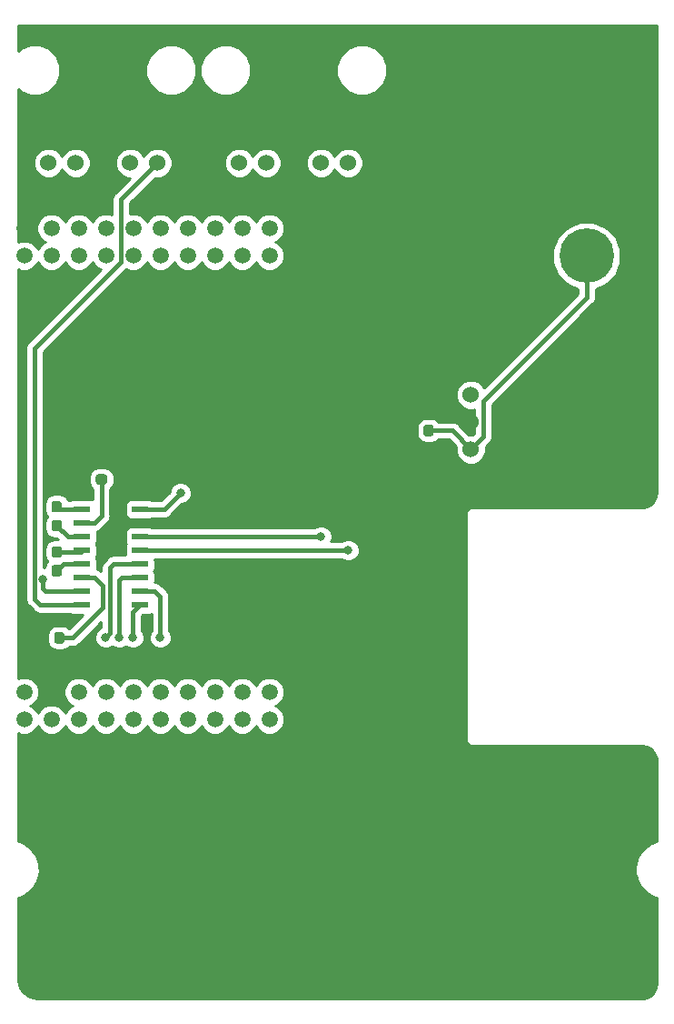
<source format=gbr>
G04 #@! TF.GenerationSoftware,KiCad,Pcbnew,(5.0.0)*
G04 #@! TF.CreationDate,2018-10-03T22:01:17-05:00*
G04 #@! TF.ProjectId,DriveBoard_Hardware,4472697665426F6172645F4861726477,rev?*
G04 #@! TF.SameCoordinates,Original*
G04 #@! TF.FileFunction,Copper,L1,Top,Signal*
G04 #@! TF.FilePolarity,Positive*
%FSLAX46Y46*%
G04 Gerber Fmt 4.6, Leading zero omitted, Abs format (unit mm)*
G04 Created by KiCad (PCBNEW (5.0.0)) date 10/03/18 22:01:17*
%MOMM*%
%LPD*%
G01*
G04 APERTURE LIST*
G04 #@! TA.AperFunction,SMDPad,CuDef*
%ADD10R,1.500000X0.600000*%
G04 #@! TD*
G04 #@! TA.AperFunction,Conductor*
%ADD11C,0.100000*%
G04 #@! TD*
G04 #@! TA.AperFunction,SMDPad,CuDef*
%ADD12C,0.950000*%
G04 #@! TD*
G04 #@! TA.AperFunction,ComponentPad*
%ADD13C,5.080000*%
G04 #@! TD*
G04 #@! TA.AperFunction,ComponentPad*
%ADD14C,1.524000*%
G04 #@! TD*
G04 #@! TA.AperFunction,ComponentPad*
%ADD15C,1.520000*%
G04 #@! TD*
G04 #@! TA.AperFunction,ViaPad*
%ADD16C,0.800000*%
G04 #@! TD*
G04 #@! TA.AperFunction,Conductor*
%ADD17C,0.381000*%
G04 #@! TD*
G04 #@! TA.AperFunction,Conductor*
%ADD18C,0.254000*%
G04 #@! TD*
G04 APERTURE END LIST*
D10*
G04 #@! TO.P,U2,1*
G04 #@! TO.N,Net-(C4-Pad1)*
X180942000Y-122428000D03*
G04 #@! TO.P,U2,2*
G04 #@! TO.N,Net-(C1-Pad1)*
X180942000Y-123698000D03*
G04 #@! TO.P,U2,3*
G04 #@! TO.N,Net-(C4-Pad2)*
X180942000Y-124968000D03*
G04 #@! TO.P,U2,4*
G04 #@! TO.N,Net-(C5-Pad1)*
X180942000Y-126238000D03*
G04 #@! TO.P,U2,5*
G04 #@! TO.N,Net-(C5-Pad2)*
X180942000Y-127508000D03*
G04 #@! TO.P,U2,6*
G04 #@! TO.N,Net-(C2-Pad1)*
X180942000Y-128778000D03*
G04 #@! TO.P,U2,7*
G04 #@! TO.N,TX_2_SL*
X180942000Y-130048000D03*
G04 #@! TO.P,U2,8*
G04 #@! TO.N,RX_2_SL*
X180942000Y-131318000D03*
G04 #@! TO.P,U2,9*
G04 #@! TO.N,RX_2_IC*
X186342000Y-131318000D03*
G04 #@! TO.P,U2,10*
G04 #@! TO.N,TX_2_IC*
X186342000Y-130048000D03*
G04 #@! TO.P,U2,11*
G04 #@! TO.N,TX_1_IC*
X186342000Y-128778000D03*
G04 #@! TO.P,U2,12*
G04 #@! TO.N,RX_1_IC*
X186342000Y-127508000D03*
G04 #@! TO.P,U2,13*
G04 #@! TO.N,RX_1_SL*
X186342000Y-126238000D03*
G04 #@! TO.P,U2,14*
G04 #@! TO.N,TX_1_SL*
X186342000Y-124968000D03*
G04 #@! TO.P,U2,15*
G04 #@! TO.N,GND*
X186342000Y-123698000D03*
G04 #@! TO.P,U2,16*
G04 #@! TO.N,+5V*
X186342000Y-122428000D03*
G04 #@! TD*
D11*
G04 #@! TO.N,Net-(C1-Pad1)*
G04 #@! TO.C,C1*
G36*
X183049779Y-119160144D02*
X183072834Y-119163563D01*
X183095443Y-119169227D01*
X183117387Y-119177079D01*
X183138457Y-119187044D01*
X183158448Y-119199026D01*
X183177168Y-119212910D01*
X183194438Y-119228562D01*
X183210090Y-119245832D01*
X183223974Y-119264552D01*
X183235956Y-119284543D01*
X183245921Y-119305613D01*
X183253773Y-119327557D01*
X183259437Y-119350166D01*
X183262856Y-119373221D01*
X183264000Y-119396500D01*
X183264000Y-119871500D01*
X183262856Y-119894779D01*
X183259437Y-119917834D01*
X183253773Y-119940443D01*
X183245921Y-119962387D01*
X183235956Y-119983457D01*
X183223974Y-120003448D01*
X183210090Y-120022168D01*
X183194438Y-120039438D01*
X183177168Y-120055090D01*
X183158448Y-120068974D01*
X183138457Y-120080956D01*
X183117387Y-120090921D01*
X183095443Y-120098773D01*
X183072834Y-120104437D01*
X183049779Y-120107856D01*
X183026500Y-120109000D01*
X182451500Y-120109000D01*
X182428221Y-120107856D01*
X182405166Y-120104437D01*
X182382557Y-120098773D01*
X182360613Y-120090921D01*
X182339543Y-120080956D01*
X182319552Y-120068974D01*
X182300832Y-120055090D01*
X182283562Y-120039438D01*
X182267910Y-120022168D01*
X182254026Y-120003448D01*
X182242044Y-119983457D01*
X182232079Y-119962387D01*
X182224227Y-119940443D01*
X182218563Y-119917834D01*
X182215144Y-119894779D01*
X182214000Y-119871500D01*
X182214000Y-119396500D01*
X182215144Y-119373221D01*
X182218563Y-119350166D01*
X182224227Y-119327557D01*
X182232079Y-119305613D01*
X182242044Y-119284543D01*
X182254026Y-119264552D01*
X182267910Y-119245832D01*
X182283562Y-119228562D01*
X182300832Y-119212910D01*
X182319552Y-119199026D01*
X182339543Y-119187044D01*
X182360613Y-119177079D01*
X182382557Y-119169227D01*
X182405166Y-119163563D01*
X182428221Y-119160144D01*
X182451500Y-119159000D01*
X183026500Y-119159000D01*
X183049779Y-119160144D01*
X183049779Y-119160144D01*
G37*
D12*
G04 #@! TD*
G04 #@! TO.P,C1,1*
G04 #@! TO.N,Net-(C1-Pad1)*
X182739000Y-119634000D03*
D11*
G04 #@! TO.N,GND*
G04 #@! TO.C,C1*
G36*
X181299779Y-119160144D02*
X181322834Y-119163563D01*
X181345443Y-119169227D01*
X181367387Y-119177079D01*
X181388457Y-119187044D01*
X181408448Y-119199026D01*
X181427168Y-119212910D01*
X181444438Y-119228562D01*
X181460090Y-119245832D01*
X181473974Y-119264552D01*
X181485956Y-119284543D01*
X181495921Y-119305613D01*
X181503773Y-119327557D01*
X181509437Y-119350166D01*
X181512856Y-119373221D01*
X181514000Y-119396500D01*
X181514000Y-119871500D01*
X181512856Y-119894779D01*
X181509437Y-119917834D01*
X181503773Y-119940443D01*
X181495921Y-119962387D01*
X181485956Y-119983457D01*
X181473974Y-120003448D01*
X181460090Y-120022168D01*
X181444438Y-120039438D01*
X181427168Y-120055090D01*
X181408448Y-120068974D01*
X181388457Y-120080956D01*
X181367387Y-120090921D01*
X181345443Y-120098773D01*
X181322834Y-120104437D01*
X181299779Y-120107856D01*
X181276500Y-120109000D01*
X180701500Y-120109000D01*
X180678221Y-120107856D01*
X180655166Y-120104437D01*
X180632557Y-120098773D01*
X180610613Y-120090921D01*
X180589543Y-120080956D01*
X180569552Y-120068974D01*
X180550832Y-120055090D01*
X180533562Y-120039438D01*
X180517910Y-120022168D01*
X180504026Y-120003448D01*
X180492044Y-119983457D01*
X180482079Y-119962387D01*
X180474227Y-119940443D01*
X180468563Y-119917834D01*
X180465144Y-119894779D01*
X180464000Y-119871500D01*
X180464000Y-119396500D01*
X180465144Y-119373221D01*
X180468563Y-119350166D01*
X180474227Y-119327557D01*
X180482079Y-119305613D01*
X180492044Y-119284543D01*
X180504026Y-119264552D01*
X180517910Y-119245832D01*
X180533562Y-119228562D01*
X180550832Y-119212910D01*
X180569552Y-119199026D01*
X180589543Y-119187044D01*
X180610613Y-119177079D01*
X180632557Y-119169227D01*
X180655166Y-119163563D01*
X180678221Y-119160144D01*
X180701500Y-119159000D01*
X181276500Y-119159000D01*
X181299779Y-119160144D01*
X181299779Y-119160144D01*
G37*
D12*
G04 #@! TD*
G04 #@! TO.P,C1,2*
G04 #@! TO.N,GND*
X180989000Y-119634000D03*
D11*
G04 #@! TO.N,GND*
G04 #@! TO.C,C2*
G36*
X179076779Y-135620144D02*
X179099834Y-135623563D01*
X179122443Y-135629227D01*
X179144387Y-135637079D01*
X179165457Y-135647044D01*
X179185448Y-135659026D01*
X179204168Y-135672910D01*
X179221438Y-135688562D01*
X179237090Y-135705832D01*
X179250974Y-135724552D01*
X179262956Y-135744543D01*
X179272921Y-135765613D01*
X179280773Y-135787557D01*
X179286437Y-135810166D01*
X179289856Y-135833221D01*
X179291000Y-135856500D01*
X179291000Y-136431500D01*
X179289856Y-136454779D01*
X179286437Y-136477834D01*
X179280773Y-136500443D01*
X179272921Y-136522387D01*
X179262956Y-136543457D01*
X179250974Y-136563448D01*
X179237090Y-136582168D01*
X179221438Y-136599438D01*
X179204168Y-136615090D01*
X179185448Y-136628974D01*
X179165457Y-136640956D01*
X179144387Y-136650921D01*
X179122443Y-136658773D01*
X179099834Y-136664437D01*
X179076779Y-136667856D01*
X179053500Y-136669000D01*
X178578500Y-136669000D01*
X178555221Y-136667856D01*
X178532166Y-136664437D01*
X178509557Y-136658773D01*
X178487613Y-136650921D01*
X178466543Y-136640956D01*
X178446552Y-136628974D01*
X178427832Y-136615090D01*
X178410562Y-136599438D01*
X178394910Y-136582168D01*
X178381026Y-136563448D01*
X178369044Y-136543457D01*
X178359079Y-136522387D01*
X178351227Y-136500443D01*
X178345563Y-136477834D01*
X178342144Y-136454779D01*
X178341000Y-136431500D01*
X178341000Y-135856500D01*
X178342144Y-135833221D01*
X178345563Y-135810166D01*
X178351227Y-135787557D01*
X178359079Y-135765613D01*
X178369044Y-135744543D01*
X178381026Y-135724552D01*
X178394910Y-135705832D01*
X178410562Y-135688562D01*
X178427832Y-135672910D01*
X178446552Y-135659026D01*
X178466543Y-135647044D01*
X178487613Y-135637079D01*
X178509557Y-135629227D01*
X178532166Y-135623563D01*
X178555221Y-135620144D01*
X178578500Y-135619000D01*
X179053500Y-135619000D01*
X179076779Y-135620144D01*
X179076779Y-135620144D01*
G37*
D12*
G04 #@! TD*
G04 #@! TO.P,C2,2*
G04 #@! TO.N,GND*
X178816000Y-136144000D03*
D11*
G04 #@! TO.N,Net-(C2-Pad1)*
G04 #@! TO.C,C2*
G36*
X179076779Y-133870144D02*
X179099834Y-133873563D01*
X179122443Y-133879227D01*
X179144387Y-133887079D01*
X179165457Y-133897044D01*
X179185448Y-133909026D01*
X179204168Y-133922910D01*
X179221438Y-133938562D01*
X179237090Y-133955832D01*
X179250974Y-133974552D01*
X179262956Y-133994543D01*
X179272921Y-134015613D01*
X179280773Y-134037557D01*
X179286437Y-134060166D01*
X179289856Y-134083221D01*
X179291000Y-134106500D01*
X179291000Y-134681500D01*
X179289856Y-134704779D01*
X179286437Y-134727834D01*
X179280773Y-134750443D01*
X179272921Y-134772387D01*
X179262956Y-134793457D01*
X179250974Y-134813448D01*
X179237090Y-134832168D01*
X179221438Y-134849438D01*
X179204168Y-134865090D01*
X179185448Y-134878974D01*
X179165457Y-134890956D01*
X179144387Y-134900921D01*
X179122443Y-134908773D01*
X179099834Y-134914437D01*
X179076779Y-134917856D01*
X179053500Y-134919000D01*
X178578500Y-134919000D01*
X178555221Y-134917856D01*
X178532166Y-134914437D01*
X178509557Y-134908773D01*
X178487613Y-134900921D01*
X178466543Y-134890956D01*
X178446552Y-134878974D01*
X178427832Y-134865090D01*
X178410562Y-134849438D01*
X178394910Y-134832168D01*
X178381026Y-134813448D01*
X178369044Y-134793457D01*
X178359079Y-134772387D01*
X178351227Y-134750443D01*
X178345563Y-134727834D01*
X178342144Y-134704779D01*
X178341000Y-134681500D01*
X178341000Y-134106500D01*
X178342144Y-134083221D01*
X178345563Y-134060166D01*
X178351227Y-134037557D01*
X178359079Y-134015613D01*
X178369044Y-133994543D01*
X178381026Y-133974552D01*
X178394910Y-133955832D01*
X178410562Y-133938562D01*
X178427832Y-133922910D01*
X178446552Y-133909026D01*
X178466543Y-133897044D01*
X178487613Y-133887079D01*
X178509557Y-133879227D01*
X178532166Y-133873563D01*
X178555221Y-133870144D01*
X178578500Y-133869000D01*
X179053500Y-133869000D01*
X179076779Y-133870144D01*
X179076779Y-133870144D01*
G37*
D12*
G04 #@! TD*
G04 #@! TO.P,C2,1*
G04 #@! TO.N,Net-(C2-Pad1)*
X178816000Y-134394000D03*
D11*
G04 #@! TO.N,/+12V*
G04 #@! TO.C,C3*
G36*
X213493779Y-114566144D02*
X213516834Y-114569563D01*
X213539443Y-114575227D01*
X213561387Y-114583079D01*
X213582457Y-114593044D01*
X213602448Y-114605026D01*
X213621168Y-114618910D01*
X213638438Y-114634562D01*
X213654090Y-114651832D01*
X213667974Y-114670552D01*
X213679956Y-114690543D01*
X213689921Y-114711613D01*
X213697773Y-114733557D01*
X213703437Y-114756166D01*
X213706856Y-114779221D01*
X213708000Y-114802500D01*
X213708000Y-115377500D01*
X213706856Y-115400779D01*
X213703437Y-115423834D01*
X213697773Y-115446443D01*
X213689921Y-115468387D01*
X213679956Y-115489457D01*
X213667974Y-115509448D01*
X213654090Y-115528168D01*
X213638438Y-115545438D01*
X213621168Y-115561090D01*
X213602448Y-115574974D01*
X213582457Y-115586956D01*
X213561387Y-115596921D01*
X213539443Y-115604773D01*
X213516834Y-115610437D01*
X213493779Y-115613856D01*
X213470500Y-115615000D01*
X212995500Y-115615000D01*
X212972221Y-115613856D01*
X212949166Y-115610437D01*
X212926557Y-115604773D01*
X212904613Y-115596921D01*
X212883543Y-115586956D01*
X212863552Y-115574974D01*
X212844832Y-115561090D01*
X212827562Y-115545438D01*
X212811910Y-115528168D01*
X212798026Y-115509448D01*
X212786044Y-115489457D01*
X212776079Y-115468387D01*
X212768227Y-115446443D01*
X212762563Y-115423834D01*
X212759144Y-115400779D01*
X212758000Y-115377500D01*
X212758000Y-114802500D01*
X212759144Y-114779221D01*
X212762563Y-114756166D01*
X212768227Y-114733557D01*
X212776079Y-114711613D01*
X212786044Y-114690543D01*
X212798026Y-114670552D01*
X212811910Y-114651832D01*
X212827562Y-114634562D01*
X212844832Y-114618910D01*
X212863552Y-114605026D01*
X212883543Y-114593044D01*
X212904613Y-114583079D01*
X212926557Y-114575227D01*
X212949166Y-114569563D01*
X212972221Y-114566144D01*
X212995500Y-114565000D01*
X213470500Y-114565000D01*
X213493779Y-114566144D01*
X213493779Y-114566144D01*
G37*
D12*
G04 #@! TD*
G04 #@! TO.P,C3,1*
G04 #@! TO.N,/+12V*
X213233000Y-115090000D03*
D11*
G04 #@! TO.N,GND*
G04 #@! TO.C,C3*
G36*
X213493779Y-116316144D02*
X213516834Y-116319563D01*
X213539443Y-116325227D01*
X213561387Y-116333079D01*
X213582457Y-116343044D01*
X213602448Y-116355026D01*
X213621168Y-116368910D01*
X213638438Y-116384562D01*
X213654090Y-116401832D01*
X213667974Y-116420552D01*
X213679956Y-116440543D01*
X213689921Y-116461613D01*
X213697773Y-116483557D01*
X213703437Y-116506166D01*
X213706856Y-116529221D01*
X213708000Y-116552500D01*
X213708000Y-117127500D01*
X213706856Y-117150779D01*
X213703437Y-117173834D01*
X213697773Y-117196443D01*
X213689921Y-117218387D01*
X213679956Y-117239457D01*
X213667974Y-117259448D01*
X213654090Y-117278168D01*
X213638438Y-117295438D01*
X213621168Y-117311090D01*
X213602448Y-117324974D01*
X213582457Y-117336956D01*
X213561387Y-117346921D01*
X213539443Y-117354773D01*
X213516834Y-117360437D01*
X213493779Y-117363856D01*
X213470500Y-117365000D01*
X212995500Y-117365000D01*
X212972221Y-117363856D01*
X212949166Y-117360437D01*
X212926557Y-117354773D01*
X212904613Y-117346921D01*
X212883543Y-117336956D01*
X212863552Y-117324974D01*
X212844832Y-117311090D01*
X212827562Y-117295438D01*
X212811910Y-117278168D01*
X212798026Y-117259448D01*
X212786044Y-117239457D01*
X212776079Y-117218387D01*
X212768227Y-117196443D01*
X212762563Y-117173834D01*
X212759144Y-117150779D01*
X212758000Y-117127500D01*
X212758000Y-116552500D01*
X212759144Y-116529221D01*
X212762563Y-116506166D01*
X212768227Y-116483557D01*
X212776079Y-116461613D01*
X212786044Y-116440543D01*
X212798026Y-116420552D01*
X212811910Y-116401832D01*
X212827562Y-116384562D01*
X212844832Y-116368910D01*
X212863552Y-116355026D01*
X212883543Y-116343044D01*
X212904613Y-116333079D01*
X212926557Y-116325227D01*
X212949166Y-116319563D01*
X212972221Y-116316144D01*
X212995500Y-116315000D01*
X213470500Y-116315000D01*
X213493779Y-116316144D01*
X213493779Y-116316144D01*
G37*
D12*
G04 #@! TD*
G04 #@! TO.P,C3,2*
G04 #@! TO.N,GND*
X213233000Y-116840000D03*
D11*
G04 #@! TO.N,Net-(C4-Pad1)*
G04 #@! TO.C,C4*
G36*
X178822779Y-121664144D02*
X178845834Y-121667563D01*
X178868443Y-121673227D01*
X178890387Y-121681079D01*
X178911457Y-121691044D01*
X178931448Y-121703026D01*
X178950168Y-121716910D01*
X178967438Y-121732562D01*
X178983090Y-121749832D01*
X178996974Y-121768552D01*
X179008956Y-121788543D01*
X179018921Y-121809613D01*
X179026773Y-121831557D01*
X179032437Y-121854166D01*
X179035856Y-121877221D01*
X179037000Y-121900500D01*
X179037000Y-122475500D01*
X179035856Y-122498779D01*
X179032437Y-122521834D01*
X179026773Y-122544443D01*
X179018921Y-122566387D01*
X179008956Y-122587457D01*
X178996974Y-122607448D01*
X178983090Y-122626168D01*
X178967438Y-122643438D01*
X178950168Y-122659090D01*
X178931448Y-122672974D01*
X178911457Y-122684956D01*
X178890387Y-122694921D01*
X178868443Y-122702773D01*
X178845834Y-122708437D01*
X178822779Y-122711856D01*
X178799500Y-122713000D01*
X178324500Y-122713000D01*
X178301221Y-122711856D01*
X178278166Y-122708437D01*
X178255557Y-122702773D01*
X178233613Y-122694921D01*
X178212543Y-122684956D01*
X178192552Y-122672974D01*
X178173832Y-122659090D01*
X178156562Y-122643438D01*
X178140910Y-122626168D01*
X178127026Y-122607448D01*
X178115044Y-122587457D01*
X178105079Y-122566387D01*
X178097227Y-122544443D01*
X178091563Y-122521834D01*
X178088144Y-122498779D01*
X178087000Y-122475500D01*
X178087000Y-121900500D01*
X178088144Y-121877221D01*
X178091563Y-121854166D01*
X178097227Y-121831557D01*
X178105079Y-121809613D01*
X178115044Y-121788543D01*
X178127026Y-121768552D01*
X178140910Y-121749832D01*
X178156562Y-121732562D01*
X178173832Y-121716910D01*
X178192552Y-121703026D01*
X178212543Y-121691044D01*
X178233613Y-121681079D01*
X178255557Y-121673227D01*
X178278166Y-121667563D01*
X178301221Y-121664144D01*
X178324500Y-121663000D01*
X178799500Y-121663000D01*
X178822779Y-121664144D01*
X178822779Y-121664144D01*
G37*
D12*
G04 #@! TD*
G04 #@! TO.P,C4,1*
G04 #@! TO.N,Net-(C4-Pad1)*
X178562000Y-122188000D03*
D11*
G04 #@! TO.N,Net-(C4-Pad2)*
G04 #@! TO.C,C4*
G36*
X178822779Y-123414144D02*
X178845834Y-123417563D01*
X178868443Y-123423227D01*
X178890387Y-123431079D01*
X178911457Y-123441044D01*
X178931448Y-123453026D01*
X178950168Y-123466910D01*
X178967438Y-123482562D01*
X178983090Y-123499832D01*
X178996974Y-123518552D01*
X179008956Y-123538543D01*
X179018921Y-123559613D01*
X179026773Y-123581557D01*
X179032437Y-123604166D01*
X179035856Y-123627221D01*
X179037000Y-123650500D01*
X179037000Y-124225500D01*
X179035856Y-124248779D01*
X179032437Y-124271834D01*
X179026773Y-124294443D01*
X179018921Y-124316387D01*
X179008956Y-124337457D01*
X178996974Y-124357448D01*
X178983090Y-124376168D01*
X178967438Y-124393438D01*
X178950168Y-124409090D01*
X178931448Y-124422974D01*
X178911457Y-124434956D01*
X178890387Y-124444921D01*
X178868443Y-124452773D01*
X178845834Y-124458437D01*
X178822779Y-124461856D01*
X178799500Y-124463000D01*
X178324500Y-124463000D01*
X178301221Y-124461856D01*
X178278166Y-124458437D01*
X178255557Y-124452773D01*
X178233613Y-124444921D01*
X178212543Y-124434956D01*
X178192552Y-124422974D01*
X178173832Y-124409090D01*
X178156562Y-124393438D01*
X178140910Y-124376168D01*
X178127026Y-124357448D01*
X178115044Y-124337457D01*
X178105079Y-124316387D01*
X178097227Y-124294443D01*
X178091563Y-124271834D01*
X178088144Y-124248779D01*
X178087000Y-124225500D01*
X178087000Y-123650500D01*
X178088144Y-123627221D01*
X178091563Y-123604166D01*
X178097227Y-123581557D01*
X178105079Y-123559613D01*
X178115044Y-123538543D01*
X178127026Y-123518552D01*
X178140910Y-123499832D01*
X178156562Y-123482562D01*
X178173832Y-123466910D01*
X178192552Y-123453026D01*
X178212543Y-123441044D01*
X178233613Y-123431079D01*
X178255557Y-123423227D01*
X178278166Y-123417563D01*
X178301221Y-123414144D01*
X178324500Y-123413000D01*
X178799500Y-123413000D01*
X178822779Y-123414144D01*
X178822779Y-123414144D01*
G37*
D12*
G04 #@! TD*
G04 #@! TO.P,C4,2*
G04 #@! TO.N,Net-(C4-Pad2)*
X178562000Y-123938000D03*
D11*
G04 #@! TO.N,Net-(C5-Pad2)*
G04 #@! TO.C,C5*
G36*
X178822779Y-127619144D02*
X178845834Y-127622563D01*
X178868443Y-127628227D01*
X178890387Y-127636079D01*
X178911457Y-127646044D01*
X178931448Y-127658026D01*
X178950168Y-127671910D01*
X178967438Y-127687562D01*
X178983090Y-127704832D01*
X178996974Y-127723552D01*
X179008956Y-127743543D01*
X179018921Y-127764613D01*
X179026773Y-127786557D01*
X179032437Y-127809166D01*
X179035856Y-127832221D01*
X179037000Y-127855500D01*
X179037000Y-128430500D01*
X179035856Y-128453779D01*
X179032437Y-128476834D01*
X179026773Y-128499443D01*
X179018921Y-128521387D01*
X179008956Y-128542457D01*
X178996974Y-128562448D01*
X178983090Y-128581168D01*
X178967438Y-128598438D01*
X178950168Y-128614090D01*
X178931448Y-128627974D01*
X178911457Y-128639956D01*
X178890387Y-128649921D01*
X178868443Y-128657773D01*
X178845834Y-128663437D01*
X178822779Y-128666856D01*
X178799500Y-128668000D01*
X178324500Y-128668000D01*
X178301221Y-128666856D01*
X178278166Y-128663437D01*
X178255557Y-128657773D01*
X178233613Y-128649921D01*
X178212543Y-128639956D01*
X178192552Y-128627974D01*
X178173832Y-128614090D01*
X178156562Y-128598438D01*
X178140910Y-128581168D01*
X178127026Y-128562448D01*
X178115044Y-128542457D01*
X178105079Y-128521387D01*
X178097227Y-128499443D01*
X178091563Y-128476834D01*
X178088144Y-128453779D01*
X178087000Y-128430500D01*
X178087000Y-127855500D01*
X178088144Y-127832221D01*
X178091563Y-127809166D01*
X178097227Y-127786557D01*
X178105079Y-127764613D01*
X178115044Y-127743543D01*
X178127026Y-127723552D01*
X178140910Y-127704832D01*
X178156562Y-127687562D01*
X178173832Y-127671910D01*
X178192552Y-127658026D01*
X178212543Y-127646044D01*
X178233613Y-127636079D01*
X178255557Y-127628227D01*
X178278166Y-127622563D01*
X178301221Y-127619144D01*
X178324500Y-127618000D01*
X178799500Y-127618000D01*
X178822779Y-127619144D01*
X178822779Y-127619144D01*
G37*
D12*
G04 #@! TD*
G04 #@! TO.P,C5,2*
G04 #@! TO.N,Net-(C5-Pad2)*
X178562000Y-128143000D03*
D11*
G04 #@! TO.N,Net-(C5-Pad1)*
G04 #@! TO.C,C5*
G36*
X178822779Y-125869144D02*
X178845834Y-125872563D01*
X178868443Y-125878227D01*
X178890387Y-125886079D01*
X178911457Y-125896044D01*
X178931448Y-125908026D01*
X178950168Y-125921910D01*
X178967438Y-125937562D01*
X178983090Y-125954832D01*
X178996974Y-125973552D01*
X179008956Y-125993543D01*
X179018921Y-126014613D01*
X179026773Y-126036557D01*
X179032437Y-126059166D01*
X179035856Y-126082221D01*
X179037000Y-126105500D01*
X179037000Y-126680500D01*
X179035856Y-126703779D01*
X179032437Y-126726834D01*
X179026773Y-126749443D01*
X179018921Y-126771387D01*
X179008956Y-126792457D01*
X178996974Y-126812448D01*
X178983090Y-126831168D01*
X178967438Y-126848438D01*
X178950168Y-126864090D01*
X178931448Y-126877974D01*
X178911457Y-126889956D01*
X178890387Y-126899921D01*
X178868443Y-126907773D01*
X178845834Y-126913437D01*
X178822779Y-126916856D01*
X178799500Y-126918000D01*
X178324500Y-126918000D01*
X178301221Y-126916856D01*
X178278166Y-126913437D01*
X178255557Y-126907773D01*
X178233613Y-126899921D01*
X178212543Y-126889956D01*
X178192552Y-126877974D01*
X178173832Y-126864090D01*
X178156562Y-126848438D01*
X178140910Y-126831168D01*
X178127026Y-126812448D01*
X178115044Y-126792457D01*
X178105079Y-126771387D01*
X178097227Y-126749443D01*
X178091563Y-126726834D01*
X178088144Y-126703779D01*
X178087000Y-126680500D01*
X178087000Y-126105500D01*
X178088144Y-126082221D01*
X178091563Y-126059166D01*
X178097227Y-126036557D01*
X178105079Y-126014613D01*
X178115044Y-125993543D01*
X178127026Y-125973552D01*
X178140910Y-125954832D01*
X178156562Y-125937562D01*
X178173832Y-125921910D01*
X178192552Y-125908026D01*
X178212543Y-125896044D01*
X178233613Y-125886079D01*
X178255557Y-125878227D01*
X178278166Y-125872563D01*
X178301221Y-125869144D01*
X178324500Y-125868000D01*
X178799500Y-125868000D01*
X178822779Y-125869144D01*
X178822779Y-125869144D01*
G37*
D12*
G04 #@! TD*
G04 #@! TO.P,C5,1*
G04 #@! TO.N,Net-(C5-Pad1)*
X178562000Y-126393000D03*
D13*
G04 #@! TO.P,Conn1,1*
G04 #@! TO.N,GND*
X219963000Y-98831400D03*
G04 #@! TO.P,Conn1,2*
G04 #@! TO.N,/+12V*
X227964000Y-98831400D03*
G04 #@! TD*
D14*
G04 #@! TO.P,Conn2,1*
G04 #@! TO.N,Net-(Conn2-Pad1)*
X195580000Y-90170000D03*
G04 #@! TO.P,Conn2,2*
G04 #@! TO.N,Net-(Conn2-Pad2)*
X198120000Y-90170000D03*
G04 #@! TO.P,Conn2,3*
G04 #@! TO.N,GND*
X200660000Y-90170000D03*
G04 #@! TO.P,Conn2,4*
G04 #@! TO.N,TX_1_SL*
X203200000Y-90170000D03*
G04 #@! TO.P,Conn2,5*
G04 #@! TO.N,RX_1_SL*
X205740000Y-90170000D03*
G04 #@! TD*
G04 #@! TO.P,Conn3,5*
G04 #@! TO.N,RX_2_SL*
X187960000Y-90170000D03*
G04 #@! TO.P,Conn3,4*
G04 #@! TO.N,TX_2_SL*
X185420000Y-90170000D03*
G04 #@! TO.P,Conn3,3*
G04 #@! TO.N,GND*
X182880000Y-90170000D03*
G04 #@! TO.P,Conn3,2*
G04 #@! TO.N,Net-(Conn3-Pad2)*
X180340000Y-90170000D03*
G04 #@! TO.P,Conn3,1*
G04 #@! TO.N,Net-(Conn3-Pad1)*
X177800000Y-90170000D03*
G04 #@! TD*
D15*
G04 #@! TO.P,U1,+3V3*
G04 #@! TO.N,Net-(U1-Pad+3V3)*
X175539001Y-141985001D03*
G04 #@! TO.P,U1,PM6*
G04 #@! TO.N,Net-(U1-PadPM6)*
X198399001Y-96265001D03*
G04 #@! TO.P,U1,PQ1*
G04 #@! TO.N,Net-(U1-PadPQ1)*
X195859001Y-96265001D03*
G04 #@! TO.P,U1,PQ2*
G04 #@! TO.N,Net-(U1-PadPQ2)*
X188239001Y-96265001D03*
G04 #@! TO.P,U1,PK0*
G04 #@! TO.N,RX_2_IC*
X185699001Y-139445001D03*
G04 #@! TO.P,U1,PQ3*
G04 #@! TO.N,Net-(U1-PadPQ3)*
X190779001Y-96265001D03*
G04 #@! TO.P,U1,PP3*
G04 #@! TO.N,Net-(U1-PadPP3)*
X193319001Y-96265001D03*
G04 #@! TO.P,U1,PQ0*
G04 #@! TO.N,Net-(U1-PadPQ0)*
X190779001Y-141985001D03*
G04 #@! TO.P,U1,PA4*
G04 #@! TO.N,Net-(U1-PadPA4)*
X195859001Y-139445001D03*
G04 #@! TO.P,U1,Rese*
G04 #@! TO.N,Net-(U1-PadRese)*
X185699001Y-96265001D03*
G04 #@! TO.P,U1,PA7*
G04 #@! TO.N,Net-(U1-PadPA7)*
X183159001Y-96265001D03*
G04 #@! TO.P,U1,PN5*
G04 #@! TO.N,Net-(U1-PadPN5)*
X195859001Y-141985001D03*
G04 #@! TO.P,U1,PK2*
G04 #@! TO.N,Net-(U1-PadPK2)*
X190779001Y-139445001D03*
G04 #@! TO.P,U1,PK1*
G04 #@! TO.N,TX_2_IC*
X188239001Y-139445001D03*
G04 #@! TO.P,U1,+5V*
G04 #@! TO.N,+5V*
X175539001Y-139445001D03*
G04 #@! TO.P,U1,GND*
G04 #@! TO.N,GND*
X178079001Y-139445001D03*
G04 #@! TO.P,U1,PB4*
G04 #@! TO.N,Net-(U1-PadPB4)*
X180619001Y-139445001D03*
G04 #@! TO.P,U1,PB5*
G04 #@! TO.N,Net-(U1-PadPB5)*
X183159001Y-139445001D03*
G04 #@! TO.P,U1,PK3*
G04 #@! TO.N,Net-(U1-PadPK3)*
X193319001Y-139445001D03*
G04 #@! TO.P,U1,PA5*
G04 #@! TO.N,Net-(U1-PadPA5)*
X198399001Y-139445001D03*
G04 #@! TO.P,U1,PD2*
G04 #@! TO.N,Net-(U1-PadPD2)*
X178079001Y-141985001D03*
G04 #@! TO.P,U1,PP0*
G04 #@! TO.N,RX_1_IC*
X180619001Y-141985001D03*
G04 #@! TO.P,U1,PP1*
G04 #@! TO.N,TX_1_IC*
X183159001Y-141985001D03*
G04 #@! TO.P,U1,PD4*
G04 #@! TO.N,Net-(U1-PadPD4)*
X185699001Y-141985001D03*
G04 #@! TO.P,U1,PD5*
G04 #@! TO.N,Net-(U1-PadPD5)*
X188239001Y-141985001D03*
G04 #@! TO.P,U1,PP4*
G04 #@! TO.N,Net-(U1-PadPP4)*
X193319001Y-141985001D03*
G04 #@! TO.P,U1,PN4*
G04 #@! TO.N,Net-(U1-PadPN4)*
X198399001Y-141985001D03*
G04 #@! TO.P,U1,PG1*
G04 #@! TO.N,Net-(U1-PadPG1)*
X175539001Y-98805001D03*
G04 #@! TO.P,U1,PK4*
G04 #@! TO.N,Net-(U1-PadPK4)*
X178079001Y-98805001D03*
G04 #@! TO.P,U1,PK5*
G04 #@! TO.N,Net-(U1-PadPK5)*
X180619001Y-98805001D03*
G04 #@! TO.P,U1,PM0*
G04 #@! TO.N,Net-(U1-PadPM0)*
X183159001Y-98805001D03*
G04 #@! TO.P,U1,PM1*
G04 #@! TO.N,Net-(U1-PadPM1)*
X185699001Y-98805001D03*
G04 #@! TO.P,U1,PM2*
G04 #@! TO.N,Net-(U1-PadPM2)*
X188239001Y-98805001D03*
G04 #@! TO.P,U1,PH0*
G04 #@! TO.N,Net-(U1-PadPH0)*
X190779001Y-98805001D03*
G04 #@! TO.P,U1,PH1*
G04 #@! TO.N,Net-(U1-PadPH1)*
X193319001Y-98805001D03*
G04 #@! TO.P,U1,PK6*
G04 #@! TO.N,Net-(U1-PadPK6)*
X195859001Y-98805001D03*
G04 #@! TO.P,U1,PK7*
G04 #@! TO.N,Net-(U1-PadPK7)*
X198399001Y-98805001D03*
G04 #@! TO.P,U1,GND*
G04 #@! TO.N,GND*
X175539001Y-96265001D03*
G04 #@! TO.P,U1,PM7*
G04 #@! TO.N,Net-(U1-PadPM7)*
X178079001Y-96265001D03*
G04 #@! TO.P,U1,PP5*
G04 #@! TO.N,Net-(U1-PadPP5)*
X180619001Y-96265001D03*
G04 #@! TD*
D14*
G04 #@! TO.P,U3,1*
G04 #@! TO.N,/+12V*
X217170000Y-116840000D03*
G04 #@! TO.P,U3,2*
G04 #@! TO.N,GND*
X217170000Y-114300000D03*
G04 #@! TO.P,U3,3*
G04 #@! TO.N,+5V*
X217170000Y-111760000D03*
G04 #@! TD*
D16*
G04 #@! TO.N,+5V*
X190119000Y-120904000D03*
G04 #@! TO.N,TX_1_SL*
X203200000Y-124968000D03*
G04 #@! TO.N,RX_1_SL*
X205740000Y-126238000D03*
G04 #@! TO.N,TX_2_SL*
X177292000Y-128905000D03*
G04 #@! TO.N,RX_2_IC*
X185674000Y-134366000D03*
G04 #@! TO.N,TX_2_IC*
X188214000Y-134366000D03*
G04 #@! TO.N,RX_1_IC*
X183134000Y-134366000D03*
G04 #@! TO.N,TX_1_IC*
X184404000Y-134366000D03*
G04 #@! TD*
D17*
G04 #@! TO.N,GND*
X186342000Y-123698000D02*
X185928000Y-123698000D01*
G04 #@! TO.N,Net-(C1-Pad1)*
X182739000Y-120209000D02*
X182739000Y-119634000D01*
X182739000Y-123032000D02*
X182739000Y-120209000D01*
X182073000Y-123698000D02*
X182739000Y-123032000D01*
X180942000Y-123698000D02*
X182073000Y-123698000D01*
G04 #@! TO.N,Net-(C2-Pad1)*
X178816000Y-134394000D02*
X180058000Y-134394000D01*
X180058000Y-134394000D02*
X182880000Y-131572000D01*
X182880000Y-131572000D02*
X182880000Y-129540000D01*
X182118000Y-128778000D02*
X180942000Y-128778000D01*
X182880000Y-129540000D02*
X182118000Y-128778000D01*
G04 #@! TO.N,/+12V*
X215420000Y-115090000D02*
X217170000Y-116840000D01*
X213233000Y-115090000D02*
X215420000Y-115090000D01*
X227964000Y-102423502D02*
X227964000Y-98831400D01*
X227964000Y-102671702D02*
X227964000Y-102423502D01*
X218322501Y-112313201D02*
X227964000Y-102671702D01*
X218322501Y-115687499D02*
X218322501Y-112313201D01*
X217170000Y-116840000D02*
X218322501Y-115687499D01*
G04 #@! TO.N,Net-(C4-Pad2)*
X179592000Y-124968000D02*
X178562000Y-123938000D01*
X180942000Y-124968000D02*
X179592000Y-124968000D01*
G04 #@! TO.N,Net-(C4-Pad1)*
X178802000Y-122428000D02*
X178562000Y-122188000D01*
X180942000Y-122428000D02*
X178802000Y-122428000D01*
G04 #@! TO.N,Net-(C5-Pad1)*
X180787000Y-126393000D02*
X180942000Y-126238000D01*
X178562000Y-126393000D02*
X180787000Y-126393000D01*
G04 #@! TO.N,Net-(C5-Pad2)*
X179197000Y-127508000D02*
X180942000Y-127508000D01*
X178562000Y-128143000D02*
X179197000Y-127508000D01*
G04 #@! TO.N,+5V*
X185892000Y-122428000D02*
X186342000Y-122428000D01*
X186342000Y-122428000D02*
X188595000Y-122428000D01*
X188595000Y-122428000D02*
X190119000Y-120904000D01*
X175895000Y-139089002D02*
X175539001Y-139445001D01*
G04 #@! TO.N,TX_1_SL*
X186342000Y-124968000D02*
X187224942Y-124968000D01*
X203200000Y-124968000D02*
X186342000Y-124968000D01*
G04 #@! TO.N,RX_1_SL*
X186792000Y-126238000D02*
X186342000Y-126238000D01*
X205740000Y-126238000D02*
X186342000Y-126238000D01*
G04 #@! TO.N,RX_2_SL*
X177038000Y-131318000D02*
X180942000Y-131318000D01*
X176501499Y-130781499D02*
X177038000Y-131318000D01*
X176501499Y-107404243D02*
X176501499Y-130781499D01*
X184548500Y-99357242D02*
X176501499Y-107404243D01*
X187960000Y-90170000D02*
X184548500Y-93581500D01*
X184548500Y-93581500D02*
X184548500Y-99357242D01*
G04 #@! TO.N,TX_2_SL*
X180942000Y-130048000D02*
X180492000Y-130048000D01*
X177292000Y-128905000D02*
X177292000Y-129794000D01*
X177546000Y-130048000D02*
X180942000Y-130048000D01*
X177292000Y-129794000D02*
X177546000Y-130048000D01*
G04 #@! TO.N,RX_2_IC*
X186792000Y-131318000D02*
X186342000Y-131318000D01*
X185674000Y-131986000D02*
X186342000Y-131318000D01*
X185674000Y-134366000D02*
X185674000Y-131986000D01*
G04 #@! TO.N,TX_2_IC*
X186792000Y-130048000D02*
X186342000Y-130048000D01*
X187706000Y-130048000D02*
X186342000Y-130048000D01*
X188214000Y-134366000D02*
X188214000Y-130556000D01*
X188214000Y-130556000D02*
X187706000Y-130048000D01*
G04 #@! TO.N,RX_1_IC*
X185892000Y-127508000D02*
X186342000Y-127508000D01*
X183533999Y-133966001D02*
X183533999Y-127870001D01*
X183134000Y-134366000D02*
X183533999Y-133966001D01*
X183896000Y-127508000D02*
X186342000Y-127508000D01*
X183533999Y-127870001D02*
X183896000Y-127508000D01*
G04 #@! TO.N,TX_1_IC*
X184404000Y-134366000D02*
X184404000Y-129032000D01*
X184658000Y-128778000D02*
X186342000Y-128778000D01*
X184404000Y-129032000D02*
X184658000Y-128778000D01*
G04 #@! TD*
D18*
G04 #@! TO.N,GND*
G36*
X234494001Y-120853412D02*
X234433910Y-121273009D01*
X234279619Y-121612352D01*
X234036288Y-121894752D01*
X233723479Y-122097506D01*
X233342815Y-122211348D01*
X233145649Y-122226000D01*
X217493925Y-122226000D01*
X217424000Y-122212091D01*
X217354074Y-122226000D01*
X217146972Y-122267195D01*
X216912119Y-122424119D01*
X216755195Y-122658972D01*
X216700091Y-122936000D01*
X216714000Y-123005926D01*
X216714001Y-143694069D01*
X216700091Y-143764000D01*
X216755195Y-144041028D01*
X216912119Y-144275881D01*
X217146972Y-144432805D01*
X217354074Y-144474000D01*
X217354075Y-144474000D01*
X217424000Y-144487909D01*
X217493926Y-144474000D01*
X233121419Y-144474000D01*
X233541009Y-144534090D01*
X233880352Y-144688381D01*
X234162752Y-144931712D01*
X234365506Y-145244523D01*
X234479348Y-145625184D01*
X234494001Y-145822363D01*
X234494000Y-153313281D01*
X234408491Y-153339423D01*
X234316033Y-153366460D01*
X234308159Y-153370098D01*
X233786644Y-153614948D01*
X233706075Y-153667872D01*
X233624927Y-153719768D01*
X233618390Y-153725470D01*
X233186558Y-154106851D01*
X233124096Y-154180244D01*
X233060760Y-154252847D01*
X233056087Y-154260154D01*
X232748654Y-154747407D01*
X232709298Y-154835387D01*
X232668889Y-154922840D01*
X232666457Y-154931160D01*
X232666454Y-154931166D01*
X232666453Y-154931173D01*
X232508134Y-155485118D01*
X232495056Y-155580586D01*
X232480813Y-155675890D01*
X232480813Y-155684564D01*
X232484333Y-156260687D01*
X232498588Y-156356068D01*
X232511654Y-156451455D01*
X232514088Y-156459781D01*
X232679164Y-157011758D01*
X232719591Y-157099250D01*
X232758930Y-157187194D01*
X232763603Y-157194501D01*
X233076966Y-157677961D01*
X233140328Y-157750594D01*
X233202763Y-157823955D01*
X233209296Y-157829654D01*
X233209300Y-157829658D01*
X233209305Y-157829661D01*
X233645759Y-158205734D01*
X233726942Y-158257653D01*
X233807475Y-158310554D01*
X233815346Y-158314190D01*
X233815349Y-158314192D01*
X233815352Y-158314193D01*
X234339817Y-158552653D01*
X234432309Y-158579700D01*
X234494001Y-158598561D01*
X234494000Y-166573418D01*
X234433910Y-166993009D01*
X234279619Y-167332352D01*
X234036288Y-167614752D01*
X233723479Y-167817506D01*
X233342815Y-167931348D01*
X233145649Y-167946000D01*
X176828667Y-167946000D01*
X176330301Y-167883042D01*
X175905111Y-167714697D01*
X175535141Y-167445899D01*
X175243645Y-167093541D01*
X175048933Y-166679756D01*
X174956907Y-166197339D01*
X174954000Y-166104836D01*
X174954000Y-158598719D01*
X175039509Y-158572577D01*
X175131967Y-158545540D01*
X175139841Y-158541902D01*
X175661356Y-158297052D01*
X175741925Y-158244128D01*
X175823073Y-158192232D01*
X175829610Y-158186530D01*
X176261442Y-157805149D01*
X176323887Y-157731776D01*
X176387240Y-157659153D01*
X176391913Y-157651846D01*
X176699346Y-157164593D01*
X176738687Y-157076645D01*
X176779111Y-156989160D01*
X176781545Y-156980835D01*
X176939866Y-156426882D01*
X176952943Y-156331421D01*
X176967187Y-156236111D01*
X176967187Y-156227436D01*
X176963667Y-155651313D01*
X176949414Y-155555943D01*
X176936346Y-155460544D01*
X176933912Y-155452219D01*
X176768836Y-154900241D01*
X176728418Y-154812769D01*
X176689071Y-154724806D01*
X176684397Y-154717499D01*
X176371034Y-154234040D01*
X176307707Y-154161447D01*
X176245237Y-154088045D01*
X176238700Y-154082343D01*
X175802241Y-153706266D01*
X175721058Y-153654347D01*
X175640525Y-153601446D01*
X175632654Y-153597810D01*
X175632651Y-153597808D01*
X175632648Y-153597807D01*
X175108183Y-153359347D01*
X175015691Y-153332300D01*
X174954000Y-153313439D01*
X174954000Y-143252623D01*
X175261518Y-143380001D01*
X175816484Y-143380001D01*
X176329205Y-143167625D01*
X176721625Y-142775205D01*
X176809001Y-142564261D01*
X176896377Y-142775205D01*
X177288797Y-143167625D01*
X177801518Y-143380001D01*
X178356484Y-143380001D01*
X178869205Y-143167625D01*
X179261625Y-142775205D01*
X179349001Y-142564261D01*
X179436377Y-142775205D01*
X179828797Y-143167625D01*
X180341518Y-143380001D01*
X180896484Y-143380001D01*
X181409205Y-143167625D01*
X181801625Y-142775205D01*
X181889001Y-142564261D01*
X181976377Y-142775205D01*
X182368797Y-143167625D01*
X182881518Y-143380001D01*
X183436484Y-143380001D01*
X183949205Y-143167625D01*
X184341625Y-142775205D01*
X184429001Y-142564261D01*
X184516377Y-142775205D01*
X184908797Y-143167625D01*
X185421518Y-143380001D01*
X185976484Y-143380001D01*
X186489205Y-143167625D01*
X186881625Y-142775205D01*
X186969001Y-142564261D01*
X187056377Y-142775205D01*
X187448797Y-143167625D01*
X187961518Y-143380001D01*
X188516484Y-143380001D01*
X189029205Y-143167625D01*
X189421625Y-142775205D01*
X189509001Y-142564261D01*
X189596377Y-142775205D01*
X189988797Y-143167625D01*
X190501518Y-143380001D01*
X191056484Y-143380001D01*
X191569205Y-143167625D01*
X191961625Y-142775205D01*
X192049001Y-142564261D01*
X192136377Y-142775205D01*
X192528797Y-143167625D01*
X193041518Y-143380001D01*
X193596484Y-143380001D01*
X194109205Y-143167625D01*
X194501625Y-142775205D01*
X194589001Y-142564261D01*
X194676377Y-142775205D01*
X195068797Y-143167625D01*
X195581518Y-143380001D01*
X196136484Y-143380001D01*
X196649205Y-143167625D01*
X197041625Y-142775205D01*
X197129001Y-142564261D01*
X197216377Y-142775205D01*
X197608797Y-143167625D01*
X198121518Y-143380001D01*
X198676484Y-143380001D01*
X199189205Y-143167625D01*
X199581625Y-142775205D01*
X199794001Y-142262484D01*
X199794001Y-141707518D01*
X199581625Y-141194797D01*
X199189205Y-140802377D01*
X198978261Y-140715001D01*
X199189205Y-140627625D01*
X199581625Y-140235205D01*
X199794001Y-139722484D01*
X199794001Y-139167518D01*
X199581625Y-138654797D01*
X199189205Y-138262377D01*
X198676484Y-138050001D01*
X198121518Y-138050001D01*
X197608797Y-138262377D01*
X197216377Y-138654797D01*
X197129001Y-138865741D01*
X197041625Y-138654797D01*
X196649205Y-138262377D01*
X196136484Y-138050001D01*
X195581518Y-138050001D01*
X195068797Y-138262377D01*
X194676377Y-138654797D01*
X194589001Y-138865741D01*
X194501625Y-138654797D01*
X194109205Y-138262377D01*
X193596484Y-138050001D01*
X193041518Y-138050001D01*
X192528797Y-138262377D01*
X192136377Y-138654797D01*
X192049001Y-138865741D01*
X191961625Y-138654797D01*
X191569205Y-138262377D01*
X191056484Y-138050001D01*
X190501518Y-138050001D01*
X189988797Y-138262377D01*
X189596377Y-138654797D01*
X189509001Y-138865741D01*
X189421625Y-138654797D01*
X189029205Y-138262377D01*
X188516484Y-138050001D01*
X187961518Y-138050001D01*
X187448797Y-138262377D01*
X187056377Y-138654797D01*
X186969001Y-138865741D01*
X186881625Y-138654797D01*
X186489205Y-138262377D01*
X185976484Y-138050001D01*
X185421518Y-138050001D01*
X184908797Y-138262377D01*
X184516377Y-138654797D01*
X184429001Y-138865741D01*
X184341625Y-138654797D01*
X183949205Y-138262377D01*
X183436484Y-138050001D01*
X182881518Y-138050001D01*
X182368797Y-138262377D01*
X181976377Y-138654797D01*
X181889001Y-138865741D01*
X181801625Y-138654797D01*
X181409205Y-138262377D01*
X180896484Y-138050001D01*
X180341518Y-138050001D01*
X179828797Y-138262377D01*
X179436377Y-138654797D01*
X179224001Y-139167518D01*
X179224001Y-139722484D01*
X179436377Y-140235205D01*
X179828797Y-140627625D01*
X180039741Y-140715001D01*
X179828797Y-140802377D01*
X179436377Y-141194797D01*
X179349001Y-141405741D01*
X179261625Y-141194797D01*
X178869205Y-140802377D01*
X178356484Y-140590001D01*
X177801518Y-140590001D01*
X177288797Y-140802377D01*
X176896377Y-141194797D01*
X176809001Y-141405741D01*
X176721625Y-141194797D01*
X176329205Y-140802377D01*
X176118261Y-140715001D01*
X176329205Y-140627625D01*
X176721625Y-140235205D01*
X176934001Y-139722484D01*
X176934001Y-139167518D01*
X176721625Y-138654797D01*
X176329205Y-138262377D01*
X175816484Y-138050001D01*
X175261518Y-138050001D01*
X174954000Y-138177379D01*
X174954000Y-100072623D01*
X175261518Y-100200001D01*
X175816484Y-100200001D01*
X176329205Y-99987625D01*
X176721625Y-99595205D01*
X176809001Y-99384261D01*
X176896377Y-99595205D01*
X177288797Y-99987625D01*
X177801518Y-100200001D01*
X178356484Y-100200001D01*
X178869205Y-99987625D01*
X179261625Y-99595205D01*
X179349001Y-99384261D01*
X179436377Y-99595205D01*
X179828797Y-99987625D01*
X180341518Y-100200001D01*
X180896484Y-100200001D01*
X181409205Y-99987625D01*
X181801625Y-99595205D01*
X181889001Y-99384261D01*
X181976377Y-99595205D01*
X182368797Y-99987625D01*
X182638832Y-100099477D01*
X175975276Y-106763034D01*
X175906347Y-106809091D01*
X175723895Y-107082150D01*
X175675999Y-107322940D01*
X175659827Y-107404243D01*
X175675999Y-107485545D01*
X175676000Y-130700193D01*
X175659827Y-130781499D01*
X175723896Y-131103593D01*
X175906348Y-131376651D01*
X175975273Y-131422706D01*
X176396793Y-131844225D01*
X176442848Y-131913152D01*
X176715906Y-132095604D01*
X176956697Y-132143500D01*
X176956698Y-132143500D01*
X177038000Y-132159672D01*
X177119301Y-132143500D01*
X179835497Y-132143500D01*
X179944235Y-132216157D01*
X180192000Y-132265440D01*
X181019127Y-132265440D01*
X179729142Y-133555426D01*
X179679247Y-133480753D01*
X179392152Y-133288922D01*
X179053500Y-133221560D01*
X178578500Y-133221560D01*
X178239848Y-133288922D01*
X177952753Y-133480753D01*
X177760922Y-133767848D01*
X177693560Y-134106500D01*
X177693560Y-134681500D01*
X177760922Y-135020152D01*
X177952753Y-135307247D01*
X178239848Y-135499078D01*
X178578500Y-135566440D01*
X179053500Y-135566440D01*
X179392152Y-135499078D01*
X179679247Y-135307247D01*
X179737878Y-135219500D01*
X179976699Y-135219500D01*
X180058000Y-135235672D01*
X180139301Y-135219500D01*
X180139303Y-135219500D01*
X180380094Y-135171604D01*
X180653152Y-134989152D01*
X180699209Y-134920223D01*
X182708499Y-132910934D01*
X182708499Y-133421972D01*
X182547720Y-133488569D01*
X182256569Y-133779720D01*
X182099000Y-134160126D01*
X182099000Y-134571874D01*
X182256569Y-134952280D01*
X182547720Y-135243431D01*
X182928126Y-135401000D01*
X183339874Y-135401000D01*
X183720280Y-135243431D01*
X183769000Y-135194711D01*
X183817720Y-135243431D01*
X184198126Y-135401000D01*
X184609874Y-135401000D01*
X184990280Y-135243431D01*
X185039000Y-135194711D01*
X185087720Y-135243431D01*
X185468126Y-135401000D01*
X185879874Y-135401000D01*
X186260280Y-135243431D01*
X186551431Y-134952280D01*
X186709000Y-134571874D01*
X186709000Y-134160126D01*
X186551431Y-133779720D01*
X186499500Y-133727789D01*
X186499500Y-132327932D01*
X186561992Y-132265440D01*
X187092000Y-132265440D01*
X187339765Y-132216157D01*
X187388501Y-132183593D01*
X187388500Y-133727789D01*
X187336569Y-133779720D01*
X187179000Y-134160126D01*
X187179000Y-134571874D01*
X187336569Y-134952280D01*
X187627720Y-135243431D01*
X188008126Y-135401000D01*
X188419874Y-135401000D01*
X188800280Y-135243431D01*
X189091431Y-134952280D01*
X189249000Y-134571874D01*
X189249000Y-134160126D01*
X189091431Y-133779720D01*
X189039500Y-133727789D01*
X189039500Y-130637297D01*
X189055671Y-130555999D01*
X189039500Y-130474701D01*
X189039500Y-130474697D01*
X188991604Y-130233906D01*
X188809152Y-129960848D01*
X188740225Y-129914793D01*
X188347209Y-129521776D01*
X188301152Y-129452848D01*
X188028094Y-129270396D01*
X187787303Y-129222500D01*
X187787301Y-129222500D01*
X187713613Y-129207842D01*
X187739440Y-129078000D01*
X187739440Y-128478000D01*
X187690157Y-128230235D01*
X187631868Y-128143000D01*
X187690157Y-128055765D01*
X187739440Y-127808000D01*
X187739440Y-127208000D01*
X187710697Y-127063500D01*
X205101789Y-127063500D01*
X205153720Y-127115431D01*
X205534126Y-127273000D01*
X205945874Y-127273000D01*
X206326280Y-127115431D01*
X206617431Y-126824280D01*
X206775000Y-126443874D01*
X206775000Y-126032126D01*
X206617431Y-125651720D01*
X206326280Y-125360569D01*
X205945874Y-125203000D01*
X205534126Y-125203000D01*
X205153720Y-125360569D01*
X205101789Y-125412500D01*
X204136158Y-125412500D01*
X204235000Y-125173874D01*
X204235000Y-124762126D01*
X204077431Y-124381720D01*
X203786280Y-124090569D01*
X203405874Y-123933000D01*
X202994126Y-123933000D01*
X202613720Y-124090569D01*
X202561789Y-124142500D01*
X187448503Y-124142500D01*
X187339765Y-124069843D01*
X187092000Y-124020560D01*
X185592000Y-124020560D01*
X185344235Y-124069843D01*
X185134191Y-124210191D01*
X184993843Y-124420235D01*
X184944560Y-124668000D01*
X184944560Y-125268000D01*
X184993843Y-125515765D01*
X185052132Y-125603000D01*
X184993843Y-125690235D01*
X184944560Y-125938000D01*
X184944560Y-126538000D01*
X184973303Y-126682500D01*
X183977303Y-126682500D01*
X183896000Y-126666328D01*
X183573905Y-126730396D01*
X183523276Y-126764226D01*
X183300848Y-126912848D01*
X183254791Y-126981777D01*
X183007774Y-127228794D01*
X182938848Y-127274849D01*
X182892793Y-127343775D01*
X182756396Y-127547907D01*
X182692327Y-127870001D01*
X182708500Y-127951307D01*
X182708500Y-128179740D01*
X182440094Y-128000396D01*
X182306458Y-127973814D01*
X182339440Y-127808000D01*
X182339440Y-127208000D01*
X182290157Y-126960235D01*
X182231868Y-126873000D01*
X182290157Y-126785765D01*
X182339440Y-126538000D01*
X182339440Y-125938000D01*
X182290157Y-125690235D01*
X182231868Y-125603000D01*
X182290157Y-125515765D01*
X182339440Y-125268000D01*
X182339440Y-124668000D01*
X182304745Y-124493575D01*
X182395094Y-124475604D01*
X182668152Y-124293152D01*
X182714209Y-124224223D01*
X183265226Y-123673207D01*
X183334152Y-123627152D01*
X183516604Y-123354094D01*
X183564500Y-123113303D01*
X183564500Y-123113299D01*
X183580671Y-123032001D01*
X183564500Y-122950703D01*
X183564500Y-122128000D01*
X184944560Y-122128000D01*
X184944560Y-122728000D01*
X184993843Y-122975765D01*
X185134191Y-123185809D01*
X185344235Y-123326157D01*
X185592000Y-123375440D01*
X187092000Y-123375440D01*
X187339765Y-123326157D01*
X187448503Y-123253500D01*
X188513699Y-123253500D01*
X188595000Y-123269672D01*
X188676301Y-123253500D01*
X188676303Y-123253500D01*
X188917094Y-123205604D01*
X189190152Y-123023152D01*
X189236209Y-122954223D01*
X190251433Y-121939000D01*
X190324874Y-121939000D01*
X190705280Y-121781431D01*
X190996431Y-121490280D01*
X191154000Y-121109874D01*
X191154000Y-120698126D01*
X190996431Y-120317720D01*
X190705280Y-120026569D01*
X190324874Y-119869000D01*
X189913126Y-119869000D01*
X189532720Y-120026569D01*
X189241569Y-120317720D01*
X189084000Y-120698126D01*
X189084000Y-120771567D01*
X188253068Y-121602500D01*
X187448503Y-121602500D01*
X187339765Y-121529843D01*
X187092000Y-121480560D01*
X185592000Y-121480560D01*
X185344235Y-121529843D01*
X185134191Y-121670191D01*
X184993843Y-121880235D01*
X184944560Y-122128000D01*
X183564500Y-122128000D01*
X183564500Y-120555878D01*
X183652247Y-120497247D01*
X183844078Y-120210152D01*
X183911440Y-119871500D01*
X183911440Y-119396500D01*
X183844078Y-119057848D01*
X183652247Y-118770753D01*
X183365152Y-118578922D01*
X183026500Y-118511560D01*
X182451500Y-118511560D01*
X182112848Y-118578922D01*
X181825753Y-118770753D01*
X181633922Y-119057848D01*
X181566560Y-119396500D01*
X181566560Y-119871500D01*
X181633922Y-120210152D01*
X181825753Y-120497247D01*
X181913501Y-120555878D01*
X181913501Y-121524619D01*
X181692000Y-121480560D01*
X180192000Y-121480560D01*
X179944235Y-121529843D01*
X179835497Y-121602500D01*
X179625164Y-121602500D01*
X179617078Y-121561848D01*
X179425247Y-121274753D01*
X179138152Y-121082922D01*
X178799500Y-121015560D01*
X178324500Y-121015560D01*
X177985848Y-121082922D01*
X177698753Y-121274753D01*
X177506922Y-121561848D01*
X177439560Y-121900500D01*
X177439560Y-122475500D01*
X177506922Y-122814152D01*
X177673197Y-123063000D01*
X177506922Y-123311848D01*
X177439560Y-123650500D01*
X177439560Y-124225500D01*
X177506922Y-124564152D01*
X177698753Y-124851247D01*
X177985848Y-125043078D01*
X178324500Y-125110440D01*
X178567007Y-125110440D01*
X178677127Y-125220560D01*
X178324500Y-125220560D01*
X177985848Y-125287922D01*
X177698753Y-125479753D01*
X177506922Y-125766848D01*
X177439560Y-126105500D01*
X177439560Y-126680500D01*
X177506922Y-127019152D01*
X177673197Y-127268000D01*
X177506922Y-127516848D01*
X177439560Y-127855500D01*
X177439560Y-127870000D01*
X177326999Y-127870000D01*
X177326999Y-114802500D01*
X212110560Y-114802500D01*
X212110560Y-115377500D01*
X212177922Y-115716152D01*
X212369753Y-116003247D01*
X212656848Y-116195078D01*
X212995500Y-116262440D01*
X213470500Y-116262440D01*
X213809152Y-116195078D01*
X214096247Y-116003247D01*
X214154878Y-115915500D01*
X215078068Y-115915500D01*
X215773000Y-116610433D01*
X215773000Y-117117881D01*
X215985680Y-117631337D01*
X216378663Y-118024320D01*
X216892119Y-118237000D01*
X217447881Y-118237000D01*
X217961337Y-118024320D01*
X218354320Y-117631337D01*
X218567000Y-117117881D01*
X218567000Y-116610433D01*
X218848727Y-116328706D01*
X218917653Y-116282651D01*
X219100105Y-116009593D01*
X219148001Y-115768802D01*
X219148001Y-115768801D01*
X219164173Y-115687499D01*
X219148001Y-115606196D01*
X219148001Y-112655133D01*
X228490226Y-103312909D01*
X228559152Y-103266854D01*
X228741604Y-102993796D01*
X228789500Y-102753005D01*
X228789500Y-102753004D01*
X228805672Y-102671702D01*
X228789500Y-102590399D01*
X228789500Y-101926062D01*
X229762493Y-101523035D01*
X230655635Y-100629893D01*
X231139000Y-99462947D01*
X231139000Y-98199853D01*
X230655635Y-97032907D01*
X229762493Y-96139765D01*
X228595547Y-95656400D01*
X227332453Y-95656400D01*
X226165507Y-96139765D01*
X225272365Y-97032907D01*
X224789000Y-98199853D01*
X224789000Y-99462947D01*
X225272365Y-100629893D01*
X226165507Y-101523035D01*
X227138500Y-101926062D01*
X227138500Y-102329769D01*
X218396873Y-111071396D01*
X218354320Y-110968663D01*
X217961337Y-110575680D01*
X217447881Y-110363000D01*
X216892119Y-110363000D01*
X216378663Y-110575680D01*
X215985680Y-110968663D01*
X215773000Y-111482119D01*
X215773000Y-112037881D01*
X215985680Y-112551337D01*
X216378663Y-112944320D01*
X216892119Y-113157000D01*
X217447881Y-113157000D01*
X217497002Y-113136654D01*
X217497001Y-115345566D01*
X217399567Y-115443000D01*
X216940433Y-115443000D01*
X216061209Y-114563777D01*
X216015152Y-114494848D01*
X215742094Y-114312396D01*
X215501303Y-114264500D01*
X215501301Y-114264500D01*
X215420000Y-114248328D01*
X215338699Y-114264500D01*
X214154878Y-114264500D01*
X214096247Y-114176753D01*
X213809152Y-113984922D01*
X213470500Y-113917560D01*
X212995500Y-113917560D01*
X212656848Y-113984922D01*
X212369753Y-114176753D01*
X212177922Y-114463848D01*
X212110560Y-114802500D01*
X177326999Y-114802500D01*
X177326999Y-107746175D01*
X185033780Y-100039395D01*
X185421518Y-100200001D01*
X185976484Y-100200001D01*
X186489205Y-99987625D01*
X186881625Y-99595205D01*
X186969001Y-99384261D01*
X187056377Y-99595205D01*
X187448797Y-99987625D01*
X187961518Y-100200001D01*
X188516484Y-100200001D01*
X189029205Y-99987625D01*
X189421625Y-99595205D01*
X189509001Y-99384261D01*
X189596377Y-99595205D01*
X189988797Y-99987625D01*
X190501518Y-100200001D01*
X191056484Y-100200001D01*
X191569205Y-99987625D01*
X191961625Y-99595205D01*
X192049001Y-99384261D01*
X192136377Y-99595205D01*
X192528797Y-99987625D01*
X193041518Y-100200001D01*
X193596484Y-100200001D01*
X194109205Y-99987625D01*
X194501625Y-99595205D01*
X194589001Y-99384261D01*
X194676377Y-99595205D01*
X195068797Y-99987625D01*
X195581518Y-100200001D01*
X196136484Y-100200001D01*
X196649205Y-99987625D01*
X197041625Y-99595205D01*
X197129001Y-99384261D01*
X197216377Y-99595205D01*
X197608797Y-99987625D01*
X198121518Y-100200001D01*
X198676484Y-100200001D01*
X199189205Y-99987625D01*
X199581625Y-99595205D01*
X199794001Y-99082484D01*
X199794001Y-98527518D01*
X199581625Y-98014797D01*
X199189205Y-97622377D01*
X198978261Y-97535001D01*
X199189205Y-97447625D01*
X199581625Y-97055205D01*
X199794001Y-96542484D01*
X199794001Y-95987518D01*
X199581625Y-95474797D01*
X199189205Y-95082377D01*
X198676484Y-94870001D01*
X198121518Y-94870001D01*
X197608797Y-95082377D01*
X197216377Y-95474797D01*
X197129001Y-95685741D01*
X197041625Y-95474797D01*
X196649205Y-95082377D01*
X196136484Y-94870001D01*
X195581518Y-94870001D01*
X195068797Y-95082377D01*
X194676377Y-95474797D01*
X194589001Y-95685741D01*
X194501625Y-95474797D01*
X194109205Y-95082377D01*
X193596484Y-94870001D01*
X193041518Y-94870001D01*
X192528797Y-95082377D01*
X192136377Y-95474797D01*
X192049001Y-95685741D01*
X191961625Y-95474797D01*
X191569205Y-95082377D01*
X191056484Y-94870001D01*
X190501518Y-94870001D01*
X189988797Y-95082377D01*
X189596377Y-95474797D01*
X189509001Y-95685741D01*
X189421625Y-95474797D01*
X189029205Y-95082377D01*
X188516484Y-94870001D01*
X187961518Y-94870001D01*
X187448797Y-95082377D01*
X187056377Y-95474797D01*
X186969001Y-95685741D01*
X186881625Y-95474797D01*
X186489205Y-95082377D01*
X185976484Y-94870001D01*
X185421518Y-94870001D01*
X185374000Y-94889684D01*
X185374000Y-93923432D01*
X187730433Y-91567000D01*
X188237881Y-91567000D01*
X188751337Y-91354320D01*
X189144320Y-90961337D01*
X189357000Y-90447881D01*
X189357000Y-89892119D01*
X194183000Y-89892119D01*
X194183000Y-90447881D01*
X194395680Y-90961337D01*
X194788663Y-91354320D01*
X195302119Y-91567000D01*
X195857881Y-91567000D01*
X196371337Y-91354320D01*
X196764320Y-90961337D01*
X196850000Y-90754487D01*
X196935680Y-90961337D01*
X197328663Y-91354320D01*
X197842119Y-91567000D01*
X198397881Y-91567000D01*
X198911337Y-91354320D01*
X199304320Y-90961337D01*
X199517000Y-90447881D01*
X199517000Y-89892119D01*
X201803000Y-89892119D01*
X201803000Y-90447881D01*
X202015680Y-90961337D01*
X202408663Y-91354320D01*
X202922119Y-91567000D01*
X203477881Y-91567000D01*
X203991337Y-91354320D01*
X204384320Y-90961337D01*
X204470000Y-90754487D01*
X204555680Y-90961337D01*
X204948663Y-91354320D01*
X205462119Y-91567000D01*
X206017881Y-91567000D01*
X206531337Y-91354320D01*
X206924320Y-90961337D01*
X207137000Y-90447881D01*
X207137000Y-89892119D01*
X206924320Y-89378663D01*
X206531337Y-88985680D01*
X206017881Y-88773000D01*
X205462119Y-88773000D01*
X204948663Y-88985680D01*
X204555680Y-89378663D01*
X204470000Y-89585513D01*
X204384320Y-89378663D01*
X203991337Y-88985680D01*
X203477881Y-88773000D01*
X202922119Y-88773000D01*
X202408663Y-88985680D01*
X202015680Y-89378663D01*
X201803000Y-89892119D01*
X199517000Y-89892119D01*
X199304320Y-89378663D01*
X198911337Y-88985680D01*
X198397881Y-88773000D01*
X197842119Y-88773000D01*
X197328663Y-88985680D01*
X196935680Y-89378663D01*
X196850000Y-89585513D01*
X196764320Y-89378663D01*
X196371337Y-88985680D01*
X195857881Y-88773000D01*
X195302119Y-88773000D01*
X194788663Y-88985680D01*
X194395680Y-89378663D01*
X194183000Y-89892119D01*
X189357000Y-89892119D01*
X189144320Y-89378663D01*
X188751337Y-88985680D01*
X188237881Y-88773000D01*
X187682119Y-88773000D01*
X187168663Y-88985680D01*
X186775680Y-89378663D01*
X186690000Y-89585513D01*
X186604320Y-89378663D01*
X186211337Y-88985680D01*
X185697881Y-88773000D01*
X185142119Y-88773000D01*
X184628663Y-88985680D01*
X184235680Y-89378663D01*
X184023000Y-89892119D01*
X184023000Y-90447881D01*
X184235680Y-90961337D01*
X184628663Y-91354320D01*
X185142119Y-91567000D01*
X185395568Y-91567000D01*
X184022277Y-92940291D01*
X183953348Y-92986348D01*
X183770896Y-93259407D01*
X183723000Y-93500197D01*
X183706828Y-93581500D01*
X183723000Y-93662802D01*
X183723000Y-94988680D01*
X183436484Y-94870001D01*
X182881518Y-94870001D01*
X182368797Y-95082377D01*
X181976377Y-95474797D01*
X181889001Y-95685741D01*
X181801625Y-95474797D01*
X181409205Y-95082377D01*
X180896484Y-94870001D01*
X180341518Y-94870001D01*
X179828797Y-95082377D01*
X179436377Y-95474797D01*
X179349001Y-95685741D01*
X179261625Y-95474797D01*
X178869205Y-95082377D01*
X178356484Y-94870001D01*
X177801518Y-94870001D01*
X177288797Y-95082377D01*
X176896377Y-95474797D01*
X176684001Y-95987518D01*
X176684001Y-96542484D01*
X176896377Y-97055205D01*
X177288797Y-97447625D01*
X177499741Y-97535001D01*
X177288797Y-97622377D01*
X176896377Y-98014797D01*
X176809001Y-98225741D01*
X176721625Y-98014797D01*
X176329205Y-97622377D01*
X175816484Y-97410001D01*
X175261518Y-97410001D01*
X174954000Y-97537379D01*
X174954000Y-89892119D01*
X176403000Y-89892119D01*
X176403000Y-90447881D01*
X176615680Y-90961337D01*
X177008663Y-91354320D01*
X177522119Y-91567000D01*
X178077881Y-91567000D01*
X178591337Y-91354320D01*
X178984320Y-90961337D01*
X179070000Y-90754487D01*
X179155680Y-90961337D01*
X179548663Y-91354320D01*
X180062119Y-91567000D01*
X180617881Y-91567000D01*
X181131337Y-91354320D01*
X181524320Y-90961337D01*
X181737000Y-90447881D01*
X181737000Y-89892119D01*
X181524320Y-89378663D01*
X181131337Y-88985680D01*
X180617881Y-88773000D01*
X180062119Y-88773000D01*
X179548663Y-88985680D01*
X179155680Y-89378663D01*
X179070000Y-89585513D01*
X178984320Y-89378663D01*
X178591337Y-88985680D01*
X178077881Y-88773000D01*
X177522119Y-88773000D01*
X177008663Y-88985680D01*
X176615680Y-89378663D01*
X176403000Y-89892119D01*
X174954000Y-89892119D01*
X174954000Y-83295544D01*
X175193167Y-83534711D01*
X176060567Y-83894000D01*
X176999433Y-83894000D01*
X177866833Y-83534711D01*
X178530711Y-82870833D01*
X178890000Y-82003433D01*
X178890000Y-81064567D01*
X186870000Y-81064567D01*
X186870000Y-82003433D01*
X187229289Y-82870833D01*
X187893167Y-83534711D01*
X188760567Y-83894000D01*
X189699433Y-83894000D01*
X190566833Y-83534711D01*
X191230711Y-82870833D01*
X191590000Y-82003433D01*
X191590000Y-81064567D01*
X191950000Y-81064567D01*
X191950000Y-82003433D01*
X192309289Y-82870833D01*
X192973167Y-83534711D01*
X193840567Y-83894000D01*
X194779433Y-83894000D01*
X195646833Y-83534711D01*
X196310711Y-82870833D01*
X196670000Y-82003433D01*
X196670000Y-81064567D01*
X204650000Y-81064567D01*
X204650000Y-82003433D01*
X205009289Y-82870833D01*
X205673167Y-83534711D01*
X206540567Y-83894000D01*
X207479433Y-83894000D01*
X208346833Y-83534711D01*
X209010711Y-82870833D01*
X209370000Y-82003433D01*
X209370000Y-81064567D01*
X209010711Y-80197167D01*
X208346833Y-79533289D01*
X207479433Y-79174000D01*
X206540567Y-79174000D01*
X205673167Y-79533289D01*
X205009289Y-80197167D01*
X204650000Y-81064567D01*
X196670000Y-81064567D01*
X196310711Y-80197167D01*
X195646833Y-79533289D01*
X194779433Y-79174000D01*
X193840567Y-79174000D01*
X192973167Y-79533289D01*
X192309289Y-80197167D01*
X191950000Y-81064567D01*
X191590000Y-81064567D01*
X191230711Y-80197167D01*
X190566833Y-79533289D01*
X189699433Y-79174000D01*
X188760567Y-79174000D01*
X187893167Y-79533289D01*
X187229289Y-80197167D01*
X186870000Y-81064567D01*
X178890000Y-81064567D01*
X178530711Y-80197167D01*
X177866833Y-79533289D01*
X176999433Y-79174000D01*
X176060567Y-79174000D01*
X175193167Y-79533289D01*
X174954000Y-79772456D01*
X174954000Y-77418000D01*
X234494000Y-77418000D01*
X234494001Y-120853412D01*
X234494001Y-120853412D01*
G37*
X234494001Y-120853412D02*
X234433910Y-121273009D01*
X234279619Y-121612352D01*
X234036288Y-121894752D01*
X233723479Y-122097506D01*
X233342815Y-122211348D01*
X233145649Y-122226000D01*
X217493925Y-122226000D01*
X217424000Y-122212091D01*
X217354074Y-122226000D01*
X217146972Y-122267195D01*
X216912119Y-122424119D01*
X216755195Y-122658972D01*
X216700091Y-122936000D01*
X216714000Y-123005926D01*
X216714001Y-143694069D01*
X216700091Y-143764000D01*
X216755195Y-144041028D01*
X216912119Y-144275881D01*
X217146972Y-144432805D01*
X217354074Y-144474000D01*
X217354075Y-144474000D01*
X217424000Y-144487909D01*
X217493926Y-144474000D01*
X233121419Y-144474000D01*
X233541009Y-144534090D01*
X233880352Y-144688381D01*
X234162752Y-144931712D01*
X234365506Y-145244523D01*
X234479348Y-145625184D01*
X234494001Y-145822363D01*
X234494000Y-153313281D01*
X234408491Y-153339423D01*
X234316033Y-153366460D01*
X234308159Y-153370098D01*
X233786644Y-153614948D01*
X233706075Y-153667872D01*
X233624927Y-153719768D01*
X233618390Y-153725470D01*
X233186558Y-154106851D01*
X233124096Y-154180244D01*
X233060760Y-154252847D01*
X233056087Y-154260154D01*
X232748654Y-154747407D01*
X232709298Y-154835387D01*
X232668889Y-154922840D01*
X232666457Y-154931160D01*
X232666454Y-154931166D01*
X232666453Y-154931173D01*
X232508134Y-155485118D01*
X232495056Y-155580586D01*
X232480813Y-155675890D01*
X232480813Y-155684564D01*
X232484333Y-156260687D01*
X232498588Y-156356068D01*
X232511654Y-156451455D01*
X232514088Y-156459781D01*
X232679164Y-157011758D01*
X232719591Y-157099250D01*
X232758930Y-157187194D01*
X232763603Y-157194501D01*
X233076966Y-157677961D01*
X233140328Y-157750594D01*
X233202763Y-157823955D01*
X233209296Y-157829654D01*
X233209300Y-157829658D01*
X233209305Y-157829661D01*
X233645759Y-158205734D01*
X233726942Y-158257653D01*
X233807475Y-158310554D01*
X233815346Y-158314190D01*
X233815349Y-158314192D01*
X233815352Y-158314193D01*
X234339817Y-158552653D01*
X234432309Y-158579700D01*
X234494001Y-158598561D01*
X234494000Y-166573418D01*
X234433910Y-166993009D01*
X234279619Y-167332352D01*
X234036288Y-167614752D01*
X233723479Y-167817506D01*
X233342815Y-167931348D01*
X233145649Y-167946000D01*
X176828667Y-167946000D01*
X176330301Y-167883042D01*
X175905111Y-167714697D01*
X175535141Y-167445899D01*
X175243645Y-167093541D01*
X175048933Y-166679756D01*
X174956907Y-166197339D01*
X174954000Y-166104836D01*
X174954000Y-158598719D01*
X175039509Y-158572577D01*
X175131967Y-158545540D01*
X175139841Y-158541902D01*
X175661356Y-158297052D01*
X175741925Y-158244128D01*
X175823073Y-158192232D01*
X175829610Y-158186530D01*
X176261442Y-157805149D01*
X176323887Y-157731776D01*
X176387240Y-157659153D01*
X176391913Y-157651846D01*
X176699346Y-157164593D01*
X176738687Y-157076645D01*
X176779111Y-156989160D01*
X176781545Y-156980835D01*
X176939866Y-156426882D01*
X176952943Y-156331421D01*
X176967187Y-156236111D01*
X176967187Y-156227436D01*
X176963667Y-155651313D01*
X176949414Y-155555943D01*
X176936346Y-155460544D01*
X176933912Y-155452219D01*
X176768836Y-154900241D01*
X176728418Y-154812769D01*
X176689071Y-154724806D01*
X176684397Y-154717499D01*
X176371034Y-154234040D01*
X176307707Y-154161447D01*
X176245237Y-154088045D01*
X176238700Y-154082343D01*
X175802241Y-153706266D01*
X175721058Y-153654347D01*
X175640525Y-153601446D01*
X175632654Y-153597810D01*
X175632651Y-153597808D01*
X175632648Y-153597807D01*
X175108183Y-153359347D01*
X175015691Y-153332300D01*
X174954000Y-153313439D01*
X174954000Y-143252623D01*
X175261518Y-143380001D01*
X175816484Y-143380001D01*
X176329205Y-143167625D01*
X176721625Y-142775205D01*
X176809001Y-142564261D01*
X176896377Y-142775205D01*
X177288797Y-143167625D01*
X177801518Y-143380001D01*
X178356484Y-143380001D01*
X178869205Y-143167625D01*
X179261625Y-142775205D01*
X179349001Y-142564261D01*
X179436377Y-142775205D01*
X179828797Y-143167625D01*
X180341518Y-143380001D01*
X180896484Y-143380001D01*
X181409205Y-143167625D01*
X181801625Y-142775205D01*
X181889001Y-142564261D01*
X181976377Y-142775205D01*
X182368797Y-143167625D01*
X182881518Y-143380001D01*
X183436484Y-143380001D01*
X183949205Y-143167625D01*
X184341625Y-142775205D01*
X184429001Y-142564261D01*
X184516377Y-142775205D01*
X184908797Y-143167625D01*
X185421518Y-143380001D01*
X185976484Y-143380001D01*
X186489205Y-143167625D01*
X186881625Y-142775205D01*
X186969001Y-142564261D01*
X187056377Y-142775205D01*
X187448797Y-143167625D01*
X187961518Y-143380001D01*
X188516484Y-143380001D01*
X189029205Y-143167625D01*
X189421625Y-142775205D01*
X189509001Y-142564261D01*
X189596377Y-142775205D01*
X189988797Y-143167625D01*
X190501518Y-143380001D01*
X191056484Y-143380001D01*
X191569205Y-143167625D01*
X191961625Y-142775205D01*
X192049001Y-142564261D01*
X192136377Y-142775205D01*
X192528797Y-143167625D01*
X193041518Y-143380001D01*
X193596484Y-143380001D01*
X194109205Y-143167625D01*
X194501625Y-142775205D01*
X194589001Y-142564261D01*
X194676377Y-142775205D01*
X195068797Y-143167625D01*
X195581518Y-143380001D01*
X196136484Y-143380001D01*
X196649205Y-143167625D01*
X197041625Y-142775205D01*
X197129001Y-142564261D01*
X197216377Y-142775205D01*
X197608797Y-143167625D01*
X198121518Y-143380001D01*
X198676484Y-143380001D01*
X199189205Y-143167625D01*
X199581625Y-142775205D01*
X199794001Y-142262484D01*
X199794001Y-141707518D01*
X199581625Y-141194797D01*
X199189205Y-140802377D01*
X198978261Y-140715001D01*
X199189205Y-140627625D01*
X199581625Y-140235205D01*
X199794001Y-139722484D01*
X199794001Y-139167518D01*
X199581625Y-138654797D01*
X199189205Y-138262377D01*
X198676484Y-138050001D01*
X198121518Y-138050001D01*
X197608797Y-138262377D01*
X197216377Y-138654797D01*
X197129001Y-138865741D01*
X197041625Y-138654797D01*
X196649205Y-138262377D01*
X196136484Y-138050001D01*
X195581518Y-138050001D01*
X195068797Y-138262377D01*
X194676377Y-138654797D01*
X194589001Y-138865741D01*
X194501625Y-138654797D01*
X194109205Y-138262377D01*
X193596484Y-138050001D01*
X193041518Y-138050001D01*
X192528797Y-138262377D01*
X192136377Y-138654797D01*
X192049001Y-138865741D01*
X191961625Y-138654797D01*
X191569205Y-138262377D01*
X191056484Y-138050001D01*
X190501518Y-138050001D01*
X189988797Y-138262377D01*
X189596377Y-138654797D01*
X189509001Y-138865741D01*
X189421625Y-138654797D01*
X189029205Y-138262377D01*
X188516484Y-138050001D01*
X187961518Y-138050001D01*
X187448797Y-138262377D01*
X187056377Y-138654797D01*
X186969001Y-138865741D01*
X186881625Y-138654797D01*
X186489205Y-138262377D01*
X185976484Y-138050001D01*
X185421518Y-138050001D01*
X184908797Y-138262377D01*
X184516377Y-138654797D01*
X184429001Y-138865741D01*
X184341625Y-138654797D01*
X183949205Y-138262377D01*
X183436484Y-138050001D01*
X182881518Y-138050001D01*
X182368797Y-138262377D01*
X181976377Y-138654797D01*
X181889001Y-138865741D01*
X181801625Y-138654797D01*
X181409205Y-138262377D01*
X180896484Y-138050001D01*
X180341518Y-138050001D01*
X179828797Y-138262377D01*
X179436377Y-138654797D01*
X179224001Y-139167518D01*
X179224001Y-139722484D01*
X179436377Y-140235205D01*
X179828797Y-140627625D01*
X180039741Y-140715001D01*
X179828797Y-140802377D01*
X179436377Y-141194797D01*
X179349001Y-141405741D01*
X179261625Y-141194797D01*
X178869205Y-140802377D01*
X178356484Y-140590001D01*
X177801518Y-140590001D01*
X177288797Y-140802377D01*
X176896377Y-141194797D01*
X176809001Y-141405741D01*
X176721625Y-141194797D01*
X176329205Y-140802377D01*
X176118261Y-140715001D01*
X176329205Y-140627625D01*
X176721625Y-140235205D01*
X176934001Y-139722484D01*
X176934001Y-139167518D01*
X176721625Y-138654797D01*
X176329205Y-138262377D01*
X175816484Y-138050001D01*
X175261518Y-138050001D01*
X174954000Y-138177379D01*
X174954000Y-100072623D01*
X175261518Y-100200001D01*
X175816484Y-100200001D01*
X176329205Y-99987625D01*
X176721625Y-99595205D01*
X176809001Y-99384261D01*
X176896377Y-99595205D01*
X177288797Y-99987625D01*
X177801518Y-100200001D01*
X178356484Y-100200001D01*
X178869205Y-99987625D01*
X179261625Y-99595205D01*
X179349001Y-99384261D01*
X179436377Y-99595205D01*
X179828797Y-99987625D01*
X180341518Y-100200001D01*
X180896484Y-100200001D01*
X181409205Y-99987625D01*
X181801625Y-99595205D01*
X181889001Y-99384261D01*
X181976377Y-99595205D01*
X182368797Y-99987625D01*
X182638832Y-100099477D01*
X175975276Y-106763034D01*
X175906347Y-106809091D01*
X175723895Y-107082150D01*
X175675999Y-107322940D01*
X175659827Y-107404243D01*
X175675999Y-107485545D01*
X175676000Y-130700193D01*
X175659827Y-130781499D01*
X175723896Y-131103593D01*
X175906348Y-131376651D01*
X175975273Y-131422706D01*
X176396793Y-131844225D01*
X176442848Y-131913152D01*
X176715906Y-132095604D01*
X176956697Y-132143500D01*
X176956698Y-132143500D01*
X177038000Y-132159672D01*
X177119301Y-132143500D01*
X179835497Y-132143500D01*
X179944235Y-132216157D01*
X180192000Y-132265440D01*
X181019127Y-132265440D01*
X179729142Y-133555426D01*
X179679247Y-133480753D01*
X179392152Y-133288922D01*
X179053500Y-133221560D01*
X178578500Y-133221560D01*
X178239848Y-133288922D01*
X177952753Y-133480753D01*
X177760922Y-133767848D01*
X177693560Y-134106500D01*
X177693560Y-134681500D01*
X177760922Y-135020152D01*
X177952753Y-135307247D01*
X178239848Y-135499078D01*
X178578500Y-135566440D01*
X179053500Y-135566440D01*
X179392152Y-135499078D01*
X179679247Y-135307247D01*
X179737878Y-135219500D01*
X179976699Y-135219500D01*
X180058000Y-135235672D01*
X180139301Y-135219500D01*
X180139303Y-135219500D01*
X180380094Y-135171604D01*
X180653152Y-134989152D01*
X180699209Y-134920223D01*
X182708499Y-132910934D01*
X182708499Y-133421972D01*
X182547720Y-133488569D01*
X182256569Y-133779720D01*
X182099000Y-134160126D01*
X182099000Y-134571874D01*
X182256569Y-134952280D01*
X182547720Y-135243431D01*
X182928126Y-135401000D01*
X183339874Y-135401000D01*
X183720280Y-135243431D01*
X183769000Y-135194711D01*
X183817720Y-135243431D01*
X184198126Y-135401000D01*
X184609874Y-135401000D01*
X184990280Y-135243431D01*
X185039000Y-135194711D01*
X185087720Y-135243431D01*
X185468126Y-135401000D01*
X185879874Y-135401000D01*
X186260280Y-135243431D01*
X186551431Y-134952280D01*
X186709000Y-134571874D01*
X186709000Y-134160126D01*
X186551431Y-133779720D01*
X186499500Y-133727789D01*
X186499500Y-132327932D01*
X186561992Y-132265440D01*
X187092000Y-132265440D01*
X187339765Y-132216157D01*
X187388501Y-132183593D01*
X187388500Y-133727789D01*
X187336569Y-133779720D01*
X187179000Y-134160126D01*
X187179000Y-134571874D01*
X187336569Y-134952280D01*
X187627720Y-135243431D01*
X188008126Y-135401000D01*
X188419874Y-135401000D01*
X188800280Y-135243431D01*
X189091431Y-134952280D01*
X189249000Y-134571874D01*
X189249000Y-134160126D01*
X189091431Y-133779720D01*
X189039500Y-133727789D01*
X189039500Y-130637297D01*
X189055671Y-130555999D01*
X189039500Y-130474701D01*
X189039500Y-130474697D01*
X188991604Y-130233906D01*
X188809152Y-129960848D01*
X188740225Y-129914793D01*
X188347209Y-129521776D01*
X188301152Y-129452848D01*
X188028094Y-129270396D01*
X187787303Y-129222500D01*
X187787301Y-129222500D01*
X187713613Y-129207842D01*
X187739440Y-129078000D01*
X187739440Y-128478000D01*
X187690157Y-128230235D01*
X187631868Y-128143000D01*
X187690157Y-128055765D01*
X187739440Y-127808000D01*
X187739440Y-127208000D01*
X187710697Y-127063500D01*
X205101789Y-127063500D01*
X205153720Y-127115431D01*
X205534126Y-127273000D01*
X205945874Y-127273000D01*
X206326280Y-127115431D01*
X206617431Y-126824280D01*
X206775000Y-126443874D01*
X206775000Y-126032126D01*
X206617431Y-125651720D01*
X206326280Y-125360569D01*
X205945874Y-125203000D01*
X205534126Y-125203000D01*
X205153720Y-125360569D01*
X205101789Y-125412500D01*
X204136158Y-125412500D01*
X204235000Y-125173874D01*
X204235000Y-124762126D01*
X204077431Y-124381720D01*
X203786280Y-124090569D01*
X203405874Y-123933000D01*
X202994126Y-123933000D01*
X202613720Y-124090569D01*
X202561789Y-124142500D01*
X187448503Y-124142500D01*
X187339765Y-124069843D01*
X187092000Y-124020560D01*
X185592000Y-124020560D01*
X185344235Y-124069843D01*
X185134191Y-124210191D01*
X184993843Y-124420235D01*
X184944560Y-124668000D01*
X184944560Y-125268000D01*
X184993843Y-125515765D01*
X185052132Y-125603000D01*
X184993843Y-125690235D01*
X184944560Y-125938000D01*
X184944560Y-126538000D01*
X184973303Y-126682500D01*
X183977303Y-126682500D01*
X183896000Y-126666328D01*
X183573905Y-126730396D01*
X183523276Y-126764226D01*
X183300848Y-126912848D01*
X183254791Y-126981777D01*
X183007774Y-127228794D01*
X182938848Y-127274849D01*
X182892793Y-127343775D01*
X182756396Y-127547907D01*
X182692327Y-127870001D01*
X182708500Y-127951307D01*
X182708500Y-128179740D01*
X182440094Y-128000396D01*
X182306458Y-127973814D01*
X182339440Y-127808000D01*
X182339440Y-127208000D01*
X182290157Y-126960235D01*
X182231868Y-126873000D01*
X182290157Y-126785765D01*
X182339440Y-126538000D01*
X182339440Y-125938000D01*
X182290157Y-125690235D01*
X182231868Y-125603000D01*
X182290157Y-125515765D01*
X182339440Y-125268000D01*
X182339440Y-124668000D01*
X182304745Y-124493575D01*
X182395094Y-124475604D01*
X182668152Y-124293152D01*
X182714209Y-124224223D01*
X183265226Y-123673207D01*
X183334152Y-123627152D01*
X183516604Y-123354094D01*
X183564500Y-123113303D01*
X183564500Y-123113299D01*
X183580671Y-123032001D01*
X183564500Y-122950703D01*
X183564500Y-122128000D01*
X184944560Y-122128000D01*
X184944560Y-122728000D01*
X184993843Y-122975765D01*
X185134191Y-123185809D01*
X185344235Y-123326157D01*
X185592000Y-123375440D01*
X187092000Y-123375440D01*
X187339765Y-123326157D01*
X187448503Y-123253500D01*
X188513699Y-123253500D01*
X188595000Y-123269672D01*
X188676301Y-123253500D01*
X188676303Y-123253500D01*
X188917094Y-123205604D01*
X189190152Y-123023152D01*
X189236209Y-122954223D01*
X190251433Y-121939000D01*
X190324874Y-121939000D01*
X190705280Y-121781431D01*
X190996431Y-121490280D01*
X191154000Y-121109874D01*
X191154000Y-120698126D01*
X190996431Y-120317720D01*
X190705280Y-120026569D01*
X190324874Y-119869000D01*
X189913126Y-119869000D01*
X189532720Y-120026569D01*
X189241569Y-120317720D01*
X189084000Y-120698126D01*
X189084000Y-120771567D01*
X188253068Y-121602500D01*
X187448503Y-121602500D01*
X187339765Y-121529843D01*
X187092000Y-121480560D01*
X185592000Y-121480560D01*
X185344235Y-121529843D01*
X185134191Y-121670191D01*
X184993843Y-121880235D01*
X184944560Y-122128000D01*
X183564500Y-122128000D01*
X183564500Y-120555878D01*
X183652247Y-120497247D01*
X183844078Y-120210152D01*
X183911440Y-119871500D01*
X183911440Y-119396500D01*
X183844078Y-119057848D01*
X183652247Y-118770753D01*
X183365152Y-118578922D01*
X183026500Y-118511560D01*
X182451500Y-118511560D01*
X182112848Y-118578922D01*
X181825753Y-118770753D01*
X181633922Y-119057848D01*
X181566560Y-119396500D01*
X181566560Y-119871500D01*
X181633922Y-120210152D01*
X181825753Y-120497247D01*
X181913501Y-120555878D01*
X181913501Y-121524619D01*
X181692000Y-121480560D01*
X180192000Y-121480560D01*
X179944235Y-121529843D01*
X179835497Y-121602500D01*
X179625164Y-121602500D01*
X179617078Y-121561848D01*
X179425247Y-121274753D01*
X179138152Y-121082922D01*
X178799500Y-121015560D01*
X178324500Y-121015560D01*
X177985848Y-121082922D01*
X177698753Y-121274753D01*
X177506922Y-121561848D01*
X177439560Y-121900500D01*
X177439560Y-122475500D01*
X177506922Y-122814152D01*
X177673197Y-123063000D01*
X177506922Y-123311848D01*
X177439560Y-123650500D01*
X177439560Y-124225500D01*
X177506922Y-124564152D01*
X177698753Y-124851247D01*
X177985848Y-125043078D01*
X178324500Y-125110440D01*
X178567007Y-125110440D01*
X178677127Y-125220560D01*
X178324500Y-125220560D01*
X177985848Y-125287922D01*
X177698753Y-125479753D01*
X177506922Y-125766848D01*
X177439560Y-126105500D01*
X177439560Y-126680500D01*
X177506922Y-127019152D01*
X177673197Y-127268000D01*
X177506922Y-127516848D01*
X177439560Y-127855500D01*
X177439560Y-127870000D01*
X177326999Y-127870000D01*
X177326999Y-114802500D01*
X212110560Y-114802500D01*
X212110560Y-115377500D01*
X212177922Y-115716152D01*
X212369753Y-116003247D01*
X212656848Y-116195078D01*
X212995500Y-116262440D01*
X213470500Y-116262440D01*
X213809152Y-116195078D01*
X214096247Y-116003247D01*
X214154878Y-115915500D01*
X215078068Y-115915500D01*
X215773000Y-116610433D01*
X215773000Y-117117881D01*
X215985680Y-117631337D01*
X216378663Y-118024320D01*
X216892119Y-118237000D01*
X217447881Y-118237000D01*
X217961337Y-118024320D01*
X218354320Y-117631337D01*
X218567000Y-117117881D01*
X218567000Y-116610433D01*
X218848727Y-116328706D01*
X218917653Y-116282651D01*
X219100105Y-116009593D01*
X219148001Y-115768802D01*
X219148001Y-115768801D01*
X219164173Y-115687499D01*
X219148001Y-115606196D01*
X219148001Y-112655133D01*
X228490226Y-103312909D01*
X228559152Y-103266854D01*
X228741604Y-102993796D01*
X228789500Y-102753005D01*
X228789500Y-102753004D01*
X228805672Y-102671702D01*
X228789500Y-102590399D01*
X228789500Y-101926062D01*
X229762493Y-101523035D01*
X230655635Y-100629893D01*
X231139000Y-99462947D01*
X231139000Y-98199853D01*
X230655635Y-97032907D01*
X229762493Y-96139765D01*
X228595547Y-95656400D01*
X227332453Y-95656400D01*
X226165507Y-96139765D01*
X225272365Y-97032907D01*
X224789000Y-98199853D01*
X224789000Y-99462947D01*
X225272365Y-100629893D01*
X226165507Y-101523035D01*
X227138500Y-101926062D01*
X227138500Y-102329769D01*
X218396873Y-111071396D01*
X218354320Y-110968663D01*
X217961337Y-110575680D01*
X217447881Y-110363000D01*
X216892119Y-110363000D01*
X216378663Y-110575680D01*
X215985680Y-110968663D01*
X215773000Y-111482119D01*
X215773000Y-112037881D01*
X215985680Y-112551337D01*
X216378663Y-112944320D01*
X216892119Y-113157000D01*
X217447881Y-113157000D01*
X217497002Y-113136654D01*
X217497001Y-115345566D01*
X217399567Y-115443000D01*
X216940433Y-115443000D01*
X216061209Y-114563777D01*
X216015152Y-114494848D01*
X215742094Y-114312396D01*
X215501303Y-114264500D01*
X215501301Y-114264500D01*
X215420000Y-114248328D01*
X215338699Y-114264500D01*
X214154878Y-114264500D01*
X214096247Y-114176753D01*
X213809152Y-113984922D01*
X213470500Y-113917560D01*
X212995500Y-113917560D01*
X212656848Y-113984922D01*
X212369753Y-114176753D01*
X212177922Y-114463848D01*
X212110560Y-114802500D01*
X177326999Y-114802500D01*
X177326999Y-107746175D01*
X185033780Y-100039395D01*
X185421518Y-100200001D01*
X185976484Y-100200001D01*
X186489205Y-99987625D01*
X186881625Y-99595205D01*
X186969001Y-99384261D01*
X187056377Y-99595205D01*
X187448797Y-99987625D01*
X187961518Y-100200001D01*
X188516484Y-100200001D01*
X189029205Y-99987625D01*
X189421625Y-99595205D01*
X189509001Y-99384261D01*
X189596377Y-99595205D01*
X189988797Y-99987625D01*
X190501518Y-100200001D01*
X191056484Y-100200001D01*
X191569205Y-99987625D01*
X191961625Y-99595205D01*
X192049001Y-99384261D01*
X192136377Y-99595205D01*
X192528797Y-99987625D01*
X193041518Y-100200001D01*
X193596484Y-100200001D01*
X194109205Y-99987625D01*
X194501625Y-99595205D01*
X194589001Y-99384261D01*
X194676377Y-99595205D01*
X195068797Y-99987625D01*
X195581518Y-100200001D01*
X196136484Y-100200001D01*
X196649205Y-99987625D01*
X197041625Y-99595205D01*
X197129001Y-99384261D01*
X197216377Y-99595205D01*
X197608797Y-99987625D01*
X198121518Y-100200001D01*
X198676484Y-100200001D01*
X199189205Y-99987625D01*
X199581625Y-99595205D01*
X199794001Y-99082484D01*
X199794001Y-98527518D01*
X199581625Y-98014797D01*
X199189205Y-97622377D01*
X198978261Y-97535001D01*
X199189205Y-97447625D01*
X199581625Y-97055205D01*
X199794001Y-96542484D01*
X199794001Y-95987518D01*
X199581625Y-95474797D01*
X199189205Y-95082377D01*
X198676484Y-94870001D01*
X198121518Y-94870001D01*
X197608797Y-95082377D01*
X197216377Y-95474797D01*
X197129001Y-95685741D01*
X197041625Y-95474797D01*
X196649205Y-95082377D01*
X196136484Y-94870001D01*
X195581518Y-94870001D01*
X195068797Y-95082377D01*
X194676377Y-95474797D01*
X194589001Y-95685741D01*
X194501625Y-95474797D01*
X194109205Y-95082377D01*
X193596484Y-94870001D01*
X193041518Y-94870001D01*
X192528797Y-95082377D01*
X192136377Y-95474797D01*
X192049001Y-95685741D01*
X191961625Y-95474797D01*
X191569205Y-95082377D01*
X191056484Y-94870001D01*
X190501518Y-94870001D01*
X189988797Y-95082377D01*
X189596377Y-95474797D01*
X189509001Y-95685741D01*
X189421625Y-95474797D01*
X189029205Y-95082377D01*
X188516484Y-94870001D01*
X187961518Y-94870001D01*
X187448797Y-95082377D01*
X187056377Y-95474797D01*
X186969001Y-95685741D01*
X186881625Y-95474797D01*
X186489205Y-95082377D01*
X185976484Y-94870001D01*
X185421518Y-94870001D01*
X185374000Y-94889684D01*
X185374000Y-93923432D01*
X187730433Y-91567000D01*
X188237881Y-91567000D01*
X188751337Y-91354320D01*
X189144320Y-90961337D01*
X189357000Y-90447881D01*
X189357000Y-89892119D01*
X194183000Y-89892119D01*
X194183000Y-90447881D01*
X194395680Y-90961337D01*
X194788663Y-91354320D01*
X195302119Y-91567000D01*
X195857881Y-91567000D01*
X196371337Y-91354320D01*
X196764320Y-90961337D01*
X196850000Y-90754487D01*
X196935680Y-90961337D01*
X197328663Y-91354320D01*
X197842119Y-91567000D01*
X198397881Y-91567000D01*
X198911337Y-91354320D01*
X199304320Y-90961337D01*
X199517000Y-90447881D01*
X199517000Y-89892119D01*
X201803000Y-89892119D01*
X201803000Y-90447881D01*
X202015680Y-90961337D01*
X202408663Y-91354320D01*
X202922119Y-91567000D01*
X203477881Y-91567000D01*
X203991337Y-91354320D01*
X204384320Y-90961337D01*
X204470000Y-90754487D01*
X204555680Y-90961337D01*
X204948663Y-91354320D01*
X205462119Y-91567000D01*
X206017881Y-91567000D01*
X206531337Y-91354320D01*
X206924320Y-90961337D01*
X207137000Y-90447881D01*
X207137000Y-89892119D01*
X206924320Y-89378663D01*
X206531337Y-88985680D01*
X206017881Y-88773000D01*
X205462119Y-88773000D01*
X204948663Y-88985680D01*
X204555680Y-89378663D01*
X204470000Y-89585513D01*
X204384320Y-89378663D01*
X203991337Y-88985680D01*
X203477881Y-88773000D01*
X202922119Y-88773000D01*
X202408663Y-88985680D01*
X202015680Y-89378663D01*
X201803000Y-89892119D01*
X199517000Y-89892119D01*
X199304320Y-89378663D01*
X198911337Y-88985680D01*
X198397881Y-88773000D01*
X197842119Y-88773000D01*
X197328663Y-88985680D01*
X196935680Y-89378663D01*
X196850000Y-89585513D01*
X196764320Y-89378663D01*
X196371337Y-88985680D01*
X195857881Y-88773000D01*
X195302119Y-88773000D01*
X194788663Y-88985680D01*
X194395680Y-89378663D01*
X194183000Y-89892119D01*
X189357000Y-89892119D01*
X189144320Y-89378663D01*
X188751337Y-88985680D01*
X188237881Y-88773000D01*
X187682119Y-88773000D01*
X187168663Y-88985680D01*
X186775680Y-89378663D01*
X186690000Y-89585513D01*
X186604320Y-89378663D01*
X186211337Y-88985680D01*
X185697881Y-88773000D01*
X185142119Y-88773000D01*
X184628663Y-88985680D01*
X184235680Y-89378663D01*
X184023000Y-89892119D01*
X184023000Y-90447881D01*
X184235680Y-90961337D01*
X184628663Y-91354320D01*
X185142119Y-91567000D01*
X185395568Y-91567000D01*
X184022277Y-92940291D01*
X183953348Y-92986348D01*
X183770896Y-93259407D01*
X183723000Y-93500197D01*
X183706828Y-93581500D01*
X183723000Y-93662802D01*
X183723000Y-94988680D01*
X183436484Y-94870001D01*
X182881518Y-94870001D01*
X182368797Y-95082377D01*
X181976377Y-95474797D01*
X181889001Y-95685741D01*
X181801625Y-95474797D01*
X181409205Y-95082377D01*
X180896484Y-94870001D01*
X180341518Y-94870001D01*
X179828797Y-95082377D01*
X179436377Y-95474797D01*
X179349001Y-95685741D01*
X179261625Y-95474797D01*
X178869205Y-95082377D01*
X178356484Y-94870001D01*
X177801518Y-94870001D01*
X177288797Y-95082377D01*
X176896377Y-95474797D01*
X176684001Y-95987518D01*
X176684001Y-96542484D01*
X176896377Y-97055205D01*
X177288797Y-97447625D01*
X177499741Y-97535001D01*
X177288797Y-97622377D01*
X176896377Y-98014797D01*
X176809001Y-98225741D01*
X176721625Y-98014797D01*
X176329205Y-97622377D01*
X175816484Y-97410001D01*
X175261518Y-97410001D01*
X174954000Y-97537379D01*
X174954000Y-89892119D01*
X176403000Y-89892119D01*
X176403000Y-90447881D01*
X176615680Y-90961337D01*
X177008663Y-91354320D01*
X177522119Y-91567000D01*
X178077881Y-91567000D01*
X178591337Y-91354320D01*
X178984320Y-90961337D01*
X179070000Y-90754487D01*
X179155680Y-90961337D01*
X179548663Y-91354320D01*
X180062119Y-91567000D01*
X180617881Y-91567000D01*
X181131337Y-91354320D01*
X181524320Y-90961337D01*
X181737000Y-90447881D01*
X181737000Y-89892119D01*
X181524320Y-89378663D01*
X181131337Y-88985680D01*
X180617881Y-88773000D01*
X180062119Y-88773000D01*
X179548663Y-88985680D01*
X179155680Y-89378663D01*
X179070000Y-89585513D01*
X178984320Y-89378663D01*
X178591337Y-88985680D01*
X178077881Y-88773000D01*
X177522119Y-88773000D01*
X177008663Y-88985680D01*
X176615680Y-89378663D01*
X176403000Y-89892119D01*
X174954000Y-89892119D01*
X174954000Y-83295544D01*
X175193167Y-83534711D01*
X176060567Y-83894000D01*
X176999433Y-83894000D01*
X177866833Y-83534711D01*
X178530711Y-82870833D01*
X178890000Y-82003433D01*
X178890000Y-81064567D01*
X186870000Y-81064567D01*
X186870000Y-82003433D01*
X187229289Y-82870833D01*
X187893167Y-83534711D01*
X188760567Y-83894000D01*
X189699433Y-83894000D01*
X190566833Y-83534711D01*
X191230711Y-82870833D01*
X191590000Y-82003433D01*
X191590000Y-81064567D01*
X191950000Y-81064567D01*
X191950000Y-82003433D01*
X192309289Y-82870833D01*
X192973167Y-83534711D01*
X193840567Y-83894000D01*
X194779433Y-83894000D01*
X195646833Y-83534711D01*
X196310711Y-82870833D01*
X196670000Y-82003433D01*
X196670000Y-81064567D01*
X204650000Y-81064567D01*
X204650000Y-82003433D01*
X205009289Y-82870833D01*
X205673167Y-83534711D01*
X206540567Y-83894000D01*
X207479433Y-83894000D01*
X208346833Y-83534711D01*
X209010711Y-82870833D01*
X209370000Y-82003433D01*
X209370000Y-81064567D01*
X209010711Y-80197167D01*
X208346833Y-79533289D01*
X207479433Y-79174000D01*
X206540567Y-79174000D01*
X205673167Y-79533289D01*
X205009289Y-80197167D01*
X204650000Y-81064567D01*
X196670000Y-81064567D01*
X196310711Y-80197167D01*
X195646833Y-79533289D01*
X194779433Y-79174000D01*
X193840567Y-79174000D01*
X192973167Y-79533289D01*
X192309289Y-80197167D01*
X191950000Y-81064567D01*
X191590000Y-81064567D01*
X191230711Y-80197167D01*
X190566833Y-79533289D01*
X189699433Y-79174000D01*
X188760567Y-79174000D01*
X187893167Y-79533289D01*
X187229289Y-80197167D01*
X186870000Y-81064567D01*
X178890000Y-81064567D01*
X178530711Y-80197167D01*
X177866833Y-79533289D01*
X176999433Y-79174000D01*
X176060567Y-79174000D01*
X175193167Y-79533289D01*
X174954000Y-79772456D01*
X174954000Y-77418000D01*
X234494000Y-77418000D01*
X234494001Y-120853412D01*
G04 #@! TD*
M02*

</source>
